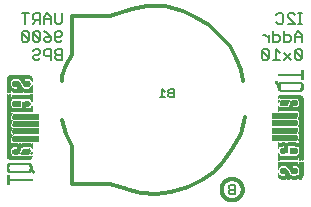
<source format=gbr>
G04 EAGLE Gerber RS-274X export*
G75*
%MOMM*%
%FSLAX34Y34*%
%LPD*%
%INSilkscreen Bottom*%
%IPPOS*%
%AMOC8*
5,1,8,0,0,1.08239X$1,22.5*%
G01*
%ADD10C,0.127000*%
%ADD11C,0.304800*%
%ADD12C,0.203200*%
%ADD13R,0.022863X0.462278*%
%ADD14R,0.022863X0.462281*%
%ADD15R,0.022863X0.436881*%
%ADD16R,0.023113X0.462278*%
%ADD17R,0.023113X0.462281*%
%ADD18R,0.023113X0.436881*%
%ADD19R,0.023116X0.462278*%
%ADD20R,0.023116X0.462281*%
%ADD21R,0.023116X0.436881*%
%ADD22R,0.023113X0.022863*%
%ADD23R,0.023116X0.091441*%
%ADD24R,0.023113X0.139700*%
%ADD25R,0.023116X0.185419*%
%ADD26R,0.023113X0.254000*%
%ADD27R,0.023113X0.299719*%
%ADD28R,0.023116X0.345438*%
%ADD29R,0.023113X0.391159*%
%ADD30R,0.023116X0.393700*%
%ADD31R,0.022863X0.325119*%
%ADD32R,0.022863X0.599438*%
%ADD33R,0.022863X0.622300*%
%ADD34R,0.022863X0.530859*%
%ADD35R,0.022863X0.439422*%
%ADD36R,0.022863X0.231138*%
%ADD37R,0.022863X0.071119*%
%ADD38R,0.022863X0.533400*%
%ADD39R,0.022863X0.208281*%
%ADD40R,0.023113X0.345441*%
%ADD41R,0.023113X0.576578*%
%ADD42R,0.023113X0.599438*%
%ADD43R,0.023113X0.508000*%
%ADD44R,0.023113X0.416563*%
%ADD45R,0.023113X0.208278*%
%ADD46R,0.023113X0.553722*%
%ADD47R,0.023113X0.208281*%
%ADD48R,0.023116X0.345441*%
%ADD49R,0.023116X0.530859*%
%ADD50R,0.023116X0.370841*%
%ADD51R,0.023116X0.162559*%
%ADD52R,0.023116X0.576581*%
%ADD53R,0.023116X0.208281*%
%ADD54R,0.023113X0.322578*%
%ADD55R,0.023113X0.485137*%
%ADD56R,0.023113X0.416559*%
%ADD57R,0.023113X0.347981*%
%ADD58R,0.023113X0.116838*%
%ADD59R,0.023113X0.647700*%
%ADD60R,0.023116X0.322581*%
%ADD61R,0.023116X0.485137*%
%ADD62R,0.023116X0.093978*%
%ADD63R,0.023116X0.231141*%
%ADD64R,0.023116X0.693419*%
%ADD65R,0.023113X0.322581*%
%ADD66R,0.023113X0.439419*%
%ADD67R,0.023113X0.370841*%
%ADD68R,0.023113X0.299722*%
%ADD69R,0.023113X0.045719*%
%ADD70R,0.023113X0.739138*%
%ADD71R,0.023113X0.414019*%
%ADD72R,0.023113X0.347978*%
%ADD73R,0.023113X0.762000*%
%ADD74R,0.023116X0.414019*%
%ADD75R,0.023116X0.182881*%
%ADD76R,0.023116X0.347978*%
%ADD77R,0.023116X0.276863*%
%ADD78R,0.023116X0.116841*%
%ADD79R,0.023116X0.276859*%
%ADD80R,0.023116X0.784863*%
%ADD81R,0.023113X0.325119*%
%ADD82R,0.023113X0.276863*%
%ADD83R,0.023113X0.276859*%
%ADD84R,0.023116X0.325119*%
%ADD85R,0.023116X0.391159*%
%ADD86R,0.023116X0.302259*%
%ADD87R,0.023116X0.254000*%
%ADD88R,0.023113X0.302259*%
%ADD89R,0.023113X0.393700*%
%ADD90R,0.023113X0.231141*%
%ADD91R,0.022863X0.302259*%
%ADD92R,0.022863X0.439419*%
%ADD93R,0.022863X0.368300*%
%ADD94R,0.022863X0.391159*%
%ADD95R,0.022863X0.416559*%
%ADD96R,0.022863X0.276863*%
%ADD97R,0.022863X0.205741*%
%ADD98R,0.023113X0.368300*%
%ADD99R,0.023113X0.205741*%
%ADD100R,0.023116X0.368300*%
%ADD101R,0.023116X0.205741*%
%ADD102R,0.023113X0.182881*%
%ADD103R,0.022863X0.276859*%
%ADD104R,0.022863X0.182881*%
%ADD105R,0.023113X0.924559*%
%ADD106R,0.023116X0.924559*%
%ADD107R,0.023113X0.901700*%
%ADD108R,0.023116X0.901700*%
%ADD109R,0.023113X0.878841*%
%ADD110R,0.023116X0.855981*%
%ADD111R,0.023113X0.833119*%
%ADD112R,0.022863X0.787400*%
%ADD113R,0.022863X0.414019*%
%ADD114R,0.022863X0.924559*%
%ADD115R,0.023113X0.739141*%
%ADD116R,0.023116X0.716281*%
%ADD117R,0.023116X0.299722*%
%ADD118R,0.023113X0.670559*%
%ADD119R,0.023116X0.647700*%
%ADD120R,0.023116X0.508000*%
%ADD121R,0.023116X0.299719*%
%ADD122R,0.023113X0.601981*%
%ADD123R,0.023113X0.530859*%
%ADD124R,0.023113X0.231138*%
%ADD125R,0.023113X0.556259*%
%ADD126R,0.023113X0.185419*%
%ADD127R,0.023116X0.533400*%
%ADD128R,0.023116X0.599438*%
%ADD129R,0.023116X0.416563*%
%ADD130R,0.023116X0.116838*%
%ADD131R,0.023113X0.485141*%
%ADD132R,0.023113X0.645159*%
%ADD133R,0.023113X0.716278*%
%ADD134R,0.022863X0.393700*%
%ADD135R,0.022863X0.762000*%
%ADD136R,0.022863X0.624841*%
%ADD137R,0.023113X0.784859*%
%ADD138R,0.023113X0.693422*%
%ADD139R,0.023116X0.830578*%
%ADD140R,0.023116X0.739141*%
%ADD141R,0.023113X0.876300*%
%ADD142R,0.023113X0.807722*%
%ADD143R,0.023116X0.899159*%
%ADD144R,0.023116X0.878841*%
%ADD145R,0.023113X0.922019*%
%ADD146R,0.023113X0.947419*%
%ADD147R,0.023116X0.970278*%
%ADD148R,0.023113X0.970278*%
%ADD149R,0.023116X0.439419*%
%ADD150R,0.022863X0.299722*%
%ADD151R,0.023116X0.416559*%
%ADD152R,0.023116X0.347981*%
%ADD153R,0.023113X0.137159*%
%ADD154R,0.023113X0.093978*%
%ADD155R,0.023113X0.091441*%
%ADD156R,0.023113X0.093981*%
%ADD157R,0.023113X0.114300*%
%ADD158R,0.023116X0.045719*%
%ADD159R,0.023116X0.045722*%
%ADD160R,0.023113X0.071119*%
%ADD161R,0.023113X0.116841*%
%ADD162R,0.023116X0.139700*%
%ADD163R,0.022863X0.322581*%
%ADD164R,0.022863X0.345441*%
%ADD165R,0.022863X0.162559*%
%ADD166R,0.022863X0.576581*%
%ADD167R,0.023113X0.668019*%
%ADD168R,0.023113X0.533400*%
%ADD169R,0.023116X1.455419*%
%ADD170R,0.023116X5.519419*%
%ADD171R,0.023113X1.455419*%
%ADD172R,0.023113X5.519419*%
%ADD173R,0.023116X5.494019*%
%ADD174R,0.023113X1.430019*%
%ADD175R,0.023113X5.494019*%
%ADD176R,0.023116X1.430019*%
%ADD177R,0.023116X5.471159*%
%ADD178R,0.023116X0.762000*%
%ADD179R,0.023113X1.407159*%
%ADD180R,0.023113X5.471159*%
%ADD181R,0.022863X1.384300*%
%ADD182R,0.022863X5.448300*%
%ADD183R,0.022863X0.716278*%
%ADD184R,0.022863X0.878841*%
%ADD185R,0.023113X1.361438*%
%ADD186R,0.023113X5.425438*%
%ADD187R,0.023116X1.338578*%
%ADD188R,0.023116X5.402578*%
%ADD189R,0.023116X0.624841*%
%ADD190R,0.023113X1.292859*%
%ADD191R,0.023113X5.356859*%
%ADD192R,0.023116X1.224278*%
%ADD193R,0.023116X5.288278*%
%ADD194C,0.152400*%


D10*
X250825Y191135D02*
X247859Y191135D01*
X249342Y191135D02*
X249342Y200033D01*
X250825Y200033D02*
X247859Y200033D01*
X244588Y191135D02*
X238657Y191135D01*
X244588Y191135D02*
X238657Y197067D01*
X238657Y198550D01*
X240139Y200033D01*
X243105Y200033D01*
X244588Y198550D01*
X230784Y200033D02*
X229301Y198550D01*
X230784Y200033D02*
X233750Y200033D01*
X235233Y198550D01*
X235233Y192618D01*
X233750Y191135D01*
X230784Y191135D01*
X229301Y192618D01*
X250825Y181827D02*
X250825Y175895D01*
X250825Y181827D02*
X247859Y184793D01*
X244893Y181827D01*
X244893Y175895D01*
X244893Y180344D02*
X250825Y180344D01*
X235538Y184793D02*
X235538Y175895D01*
X239987Y175895D01*
X241470Y177378D01*
X241470Y180344D01*
X239987Y181827D01*
X235538Y181827D01*
X226183Y184793D02*
X226183Y175895D01*
X230632Y175895D01*
X232115Y177378D01*
X232115Y180344D01*
X230632Y181827D01*
X226183Y181827D01*
X222759Y181827D02*
X222759Y175895D01*
X222759Y178861D02*
X219794Y181827D01*
X218311Y181827D01*
X250825Y168070D02*
X250825Y162138D01*
X250825Y168070D02*
X249342Y169553D01*
X246376Y169553D01*
X244893Y168070D01*
X244893Y162138D01*
X246376Y160655D01*
X249342Y160655D01*
X250825Y162138D01*
X244893Y168070D01*
X241470Y166587D02*
X235538Y160655D01*
X241470Y160655D02*
X235538Y166587D01*
X232115Y166587D02*
X229149Y169553D01*
X229149Y160655D01*
X232115Y160655D02*
X226183Y160655D01*
X222759Y162138D02*
X222759Y168070D01*
X221277Y169553D01*
X218311Y169553D01*
X216828Y168070D01*
X216828Y162138D01*
X218311Y160655D01*
X221277Y160655D01*
X222759Y162138D01*
X216828Y168070D01*
X47625Y192618D02*
X47625Y200033D01*
X47625Y192618D02*
X46142Y191135D01*
X43176Y191135D01*
X41693Y192618D01*
X41693Y200033D01*
X38270Y197067D02*
X38270Y191135D01*
X38270Y197067D02*
X35304Y200033D01*
X32338Y197067D01*
X32338Y191135D01*
X32338Y195584D02*
X38270Y195584D01*
X28915Y191135D02*
X28915Y200033D01*
X24466Y200033D01*
X22983Y198550D01*
X22983Y195584D01*
X24466Y194101D01*
X28915Y194101D01*
X25949Y194101D02*
X22983Y191135D01*
X16594Y191135D02*
X16594Y200033D01*
X19559Y200033D02*
X13628Y200033D01*
X46142Y175895D02*
X47625Y177378D01*
X46142Y175895D02*
X43176Y175895D01*
X41693Y177378D01*
X41693Y183310D01*
X43176Y184793D01*
X46142Y184793D01*
X47625Y183310D01*
X47625Y181827D01*
X46142Y180344D01*
X41693Y180344D01*
X35304Y183310D02*
X32338Y184793D01*
X35304Y183310D02*
X38270Y180344D01*
X38270Y177378D01*
X36787Y175895D01*
X33821Y175895D01*
X32338Y177378D01*
X32338Y178861D01*
X33821Y180344D01*
X38270Y180344D01*
X28915Y177378D02*
X28915Y183310D01*
X27432Y184793D01*
X24466Y184793D01*
X22983Y183310D01*
X22983Y177378D01*
X24466Y175895D01*
X27432Y175895D01*
X28915Y177378D01*
X22983Y183310D01*
X19559Y183310D02*
X19559Y177378D01*
X19559Y183310D02*
X18077Y184793D01*
X15111Y184793D01*
X13628Y183310D01*
X13628Y177378D01*
X15111Y175895D01*
X18077Y175895D01*
X19559Y177378D01*
X13628Y183310D01*
X47625Y169553D02*
X47625Y160655D01*
X47625Y169553D02*
X43176Y169553D01*
X41693Y168070D01*
X41693Y166587D01*
X43176Y165104D01*
X41693Y163621D01*
X41693Y162138D01*
X43176Y160655D01*
X47625Y160655D01*
X47625Y165104D02*
X43176Y165104D01*
X38270Y160655D02*
X38270Y169553D01*
X33821Y169553D01*
X32338Y168070D01*
X32338Y165104D01*
X33821Y163621D01*
X38270Y163621D01*
X24466Y169553D02*
X22983Y168070D01*
X24466Y169553D02*
X27432Y169553D01*
X28915Y168070D01*
X28915Y166587D01*
X27432Y165104D01*
X24466Y165104D01*
X22983Y163621D01*
X22983Y162138D01*
X24466Y160655D01*
X27432Y160655D01*
X28915Y162138D01*
D11*
X182790Y50800D02*
X182793Y51020D01*
X182801Y51241D01*
X182814Y51461D01*
X182833Y51680D01*
X182858Y51899D01*
X182887Y52118D01*
X182922Y52335D01*
X182963Y52552D01*
X183008Y52768D01*
X183059Y52982D01*
X183115Y53195D01*
X183177Y53407D01*
X183243Y53617D01*
X183315Y53825D01*
X183392Y54032D01*
X183474Y54236D01*
X183560Y54439D01*
X183652Y54639D01*
X183749Y54838D01*
X183850Y55033D01*
X183957Y55226D01*
X184068Y55417D01*
X184183Y55604D01*
X184303Y55789D01*
X184428Y55971D01*
X184557Y56149D01*
X184691Y56325D01*
X184828Y56497D01*
X184970Y56665D01*
X185116Y56831D01*
X185266Y56992D01*
X185420Y57150D01*
X185578Y57304D01*
X185739Y57454D01*
X185905Y57600D01*
X186073Y57742D01*
X186245Y57879D01*
X186421Y58013D01*
X186599Y58142D01*
X186781Y58267D01*
X186966Y58387D01*
X187153Y58502D01*
X187344Y58613D01*
X187537Y58720D01*
X187732Y58821D01*
X187931Y58918D01*
X188131Y59010D01*
X188334Y59096D01*
X188538Y59178D01*
X188745Y59255D01*
X188953Y59327D01*
X189163Y59393D01*
X189375Y59455D01*
X189588Y59511D01*
X189802Y59562D01*
X190018Y59607D01*
X190235Y59648D01*
X190452Y59683D01*
X190671Y59712D01*
X190890Y59737D01*
X191109Y59756D01*
X191329Y59769D01*
X191550Y59777D01*
X191770Y59780D01*
X191990Y59777D01*
X192211Y59769D01*
X192431Y59756D01*
X192650Y59737D01*
X192869Y59712D01*
X193088Y59683D01*
X193305Y59648D01*
X193522Y59607D01*
X193738Y59562D01*
X193952Y59511D01*
X194165Y59455D01*
X194377Y59393D01*
X194587Y59327D01*
X194795Y59255D01*
X195002Y59178D01*
X195206Y59096D01*
X195409Y59010D01*
X195609Y58918D01*
X195808Y58821D01*
X196003Y58720D01*
X196196Y58613D01*
X196387Y58502D01*
X196574Y58387D01*
X196759Y58267D01*
X196941Y58142D01*
X197119Y58013D01*
X197295Y57879D01*
X197467Y57742D01*
X197635Y57600D01*
X197801Y57454D01*
X197962Y57304D01*
X198120Y57150D01*
X198274Y56992D01*
X198424Y56831D01*
X198570Y56665D01*
X198712Y56497D01*
X198849Y56325D01*
X198983Y56149D01*
X199112Y55971D01*
X199237Y55789D01*
X199357Y55604D01*
X199472Y55417D01*
X199583Y55226D01*
X199690Y55033D01*
X199791Y54838D01*
X199888Y54639D01*
X199980Y54439D01*
X200066Y54236D01*
X200148Y54032D01*
X200225Y53825D01*
X200297Y53617D01*
X200363Y53407D01*
X200425Y53195D01*
X200481Y52982D01*
X200532Y52768D01*
X200577Y52552D01*
X200618Y52335D01*
X200653Y52118D01*
X200682Y51899D01*
X200707Y51680D01*
X200726Y51461D01*
X200739Y51241D01*
X200747Y51020D01*
X200750Y50800D01*
X200747Y50580D01*
X200739Y50359D01*
X200726Y50139D01*
X200707Y49920D01*
X200682Y49701D01*
X200653Y49482D01*
X200618Y49265D01*
X200577Y49048D01*
X200532Y48832D01*
X200481Y48618D01*
X200425Y48405D01*
X200363Y48193D01*
X200297Y47983D01*
X200225Y47775D01*
X200148Y47568D01*
X200066Y47364D01*
X199980Y47161D01*
X199888Y46961D01*
X199791Y46762D01*
X199690Y46567D01*
X199583Y46374D01*
X199472Y46183D01*
X199357Y45996D01*
X199237Y45811D01*
X199112Y45629D01*
X198983Y45451D01*
X198849Y45275D01*
X198712Y45103D01*
X198570Y44935D01*
X198424Y44769D01*
X198274Y44608D01*
X198120Y44450D01*
X197962Y44296D01*
X197801Y44146D01*
X197635Y44000D01*
X197467Y43858D01*
X197295Y43721D01*
X197119Y43587D01*
X196941Y43458D01*
X196759Y43333D01*
X196574Y43213D01*
X196387Y43098D01*
X196196Y42987D01*
X196003Y42880D01*
X195808Y42779D01*
X195609Y42682D01*
X195409Y42590D01*
X195206Y42504D01*
X195002Y42422D01*
X194795Y42345D01*
X194587Y42273D01*
X194377Y42207D01*
X194165Y42145D01*
X193952Y42089D01*
X193738Y42038D01*
X193522Y41993D01*
X193305Y41952D01*
X193088Y41917D01*
X192869Y41888D01*
X192650Y41863D01*
X192431Y41844D01*
X192211Y41831D01*
X191990Y41823D01*
X191770Y41820D01*
X191550Y41823D01*
X191329Y41831D01*
X191109Y41844D01*
X190890Y41863D01*
X190671Y41888D01*
X190452Y41917D01*
X190235Y41952D01*
X190018Y41993D01*
X189802Y42038D01*
X189588Y42089D01*
X189375Y42145D01*
X189163Y42207D01*
X188953Y42273D01*
X188745Y42345D01*
X188538Y42422D01*
X188334Y42504D01*
X188131Y42590D01*
X187931Y42682D01*
X187732Y42779D01*
X187537Y42880D01*
X187344Y42987D01*
X187153Y43098D01*
X186966Y43213D01*
X186781Y43333D01*
X186599Y43458D01*
X186421Y43587D01*
X186245Y43721D01*
X186073Y43858D01*
X185905Y44000D01*
X185739Y44146D01*
X185578Y44296D01*
X185420Y44450D01*
X185266Y44608D01*
X185116Y44769D01*
X184970Y44935D01*
X184828Y45103D01*
X184691Y45275D01*
X184557Y45451D01*
X184428Y45629D01*
X184303Y45811D01*
X184183Y45996D01*
X184068Y46183D01*
X183957Y46374D01*
X183850Y46567D01*
X183749Y46762D01*
X183652Y46961D01*
X183560Y47161D01*
X183474Y47364D01*
X183392Y47568D01*
X183315Y47775D01*
X183243Y47983D01*
X183177Y48193D01*
X183115Y48405D01*
X183059Y48618D01*
X183008Y48832D01*
X182963Y49048D01*
X182922Y49265D01*
X182887Y49482D01*
X182858Y49701D01*
X182833Y49920D01*
X182814Y50139D01*
X182801Y50359D01*
X182793Y50580D01*
X182790Y50800D01*
D12*
X194310Y46736D02*
X194310Y54871D01*
X190243Y54871D01*
X188887Y53515D01*
X188887Y52159D01*
X190243Y50803D01*
X188887Y49448D01*
X188887Y48092D01*
X190243Y46736D01*
X194310Y46736D01*
X194310Y50803D02*
X190243Y50803D01*
D13*
X226060Y94437D03*
D14*
X226060Y100686D03*
X226060Y106909D03*
D15*
X226060Y113259D03*
D16*
X226290Y94437D03*
D17*
X226290Y100686D03*
X226290Y106909D03*
D18*
X226290Y113259D03*
D19*
X226521Y94437D03*
D20*
X226521Y100686D03*
X226521Y106909D03*
D21*
X226521Y113259D03*
D16*
X226752Y94437D03*
D17*
X226752Y100686D03*
X226752Y106909D03*
D18*
X226752Y113259D03*
D19*
X226983Y94437D03*
D20*
X226983Y100686D03*
X226983Y106909D03*
D21*
X226983Y113259D03*
D16*
X227214Y94437D03*
D17*
X227214Y100686D03*
X227214Y106909D03*
D18*
X227214Y113259D03*
D16*
X227446Y94437D03*
D17*
X227446Y100686D03*
X227446Y106909D03*
D18*
X227446Y113259D03*
D19*
X227677Y94437D03*
D20*
X227677Y100686D03*
X227677Y106909D03*
D21*
X227677Y113259D03*
D16*
X227908Y94437D03*
D17*
X227908Y100686D03*
X227908Y106909D03*
D18*
X227908Y113259D03*
D19*
X228139Y94437D03*
D20*
X228139Y100686D03*
X228139Y106909D03*
D21*
X228139Y113259D03*
D16*
X228370Y94437D03*
D17*
X228370Y100686D03*
X228370Y106909D03*
D18*
X228370Y113259D03*
D13*
X228600Y94437D03*
D14*
X228600Y100686D03*
X228600Y106909D03*
D15*
X228600Y113259D03*
D16*
X228830Y94437D03*
D17*
X228830Y100686D03*
X228830Y106909D03*
D18*
X228830Y113259D03*
D22*
X228830Y141669D03*
D19*
X229061Y94437D03*
D20*
X229061Y100686D03*
X229061Y106909D03*
D21*
X229061Y113259D03*
D23*
X229061Y141554D03*
D16*
X229292Y94437D03*
D17*
X229292Y100686D03*
X229292Y106909D03*
D18*
X229292Y113259D03*
D24*
X229292Y141313D03*
D19*
X229523Y94437D03*
D20*
X229523Y100686D03*
X229523Y106909D03*
D21*
X229523Y113259D03*
D25*
X229523Y141313D03*
D16*
X229754Y94437D03*
D17*
X229754Y100686D03*
X229754Y106909D03*
D18*
X229754Y113259D03*
D26*
X229754Y141199D03*
D16*
X229986Y94437D03*
D17*
X229986Y100686D03*
X229986Y106909D03*
D18*
X229986Y113259D03*
D27*
X229986Y140970D03*
D19*
X230217Y94437D03*
D20*
X230217Y100686D03*
X230217Y106909D03*
D21*
X230217Y113259D03*
D28*
X230217Y140970D03*
D29*
X230448Y140741D03*
D30*
X230679Y140272D03*
D16*
X230910Y139243D03*
D31*
X231140Y63271D03*
D32*
X231140Y71120D03*
D33*
X231140Y78854D03*
D34*
X231140Y87871D03*
D13*
X231140Y94437D03*
D14*
X231140Y100686D03*
X231140Y106909D03*
D15*
X231140Y113259D03*
D35*
X231140Y119494D03*
D36*
X231140Y125159D03*
D37*
X231140Y128270D03*
D38*
X231140Y138430D03*
D39*
X231140Y147676D03*
D40*
X231370Y62916D03*
D41*
X231370Y71234D03*
D42*
X231370Y78740D03*
D43*
X231370Y87986D03*
D16*
X231370Y94437D03*
D17*
X231370Y100686D03*
X231370Y106909D03*
D18*
X231370Y113259D03*
D44*
X231370Y119380D03*
D45*
X231370Y125273D03*
D24*
X231370Y128613D03*
D46*
X231370Y137846D03*
D47*
X231370Y147676D03*
D48*
X231601Y62459D03*
D49*
X231601Y71463D03*
X231601Y78397D03*
D19*
X231601Y88214D03*
X231601Y94437D03*
D20*
X231601Y100686D03*
X231601Y106909D03*
D21*
X231601Y113259D03*
D50*
X231601Y119151D03*
D51*
X231601Y125501D03*
D25*
X231601Y128842D03*
D52*
X231601Y137732D03*
D53*
X231601Y147676D03*
D54*
X231832Y62116D03*
D55*
X231832Y71692D03*
D43*
X231832Y78283D03*
D56*
X231832Y88443D03*
D16*
X231832Y94437D03*
D17*
X231832Y100686D03*
X231832Y106909D03*
D18*
X231832Y113259D03*
D57*
X231832Y119037D03*
D58*
X231832Y125730D03*
D45*
X231832Y128956D03*
D59*
X231832Y137859D03*
D47*
X231832Y147676D03*
D60*
X232063Y61887D03*
D19*
X232063Y71806D03*
D61*
X232063Y78169D03*
D30*
X232063Y88557D03*
D19*
X232063Y94437D03*
D20*
X232063Y100686D03*
X232063Y106909D03*
D21*
X232063Y113259D03*
D60*
X232063Y118910D03*
D62*
X232063Y125844D03*
D63*
X232063Y129070D03*
D64*
X232063Y137859D03*
D53*
X232063Y147676D03*
D65*
X232294Y61659D03*
D66*
X232294Y71920D03*
D16*
X232294Y78054D03*
D67*
X232294Y88671D03*
D16*
X232294Y94437D03*
D17*
X232294Y100686D03*
X232294Y106909D03*
D18*
X232294Y113259D03*
D68*
X232294Y118796D03*
D69*
X232294Y126086D03*
D26*
X232294Y129184D03*
D70*
X232294Y137859D03*
D47*
X232294Y147676D03*
D65*
X232526Y61430D03*
D71*
X232526Y72047D03*
D66*
X232526Y77940D03*
D72*
X232526Y88786D03*
D16*
X232526Y94437D03*
D17*
X232526Y100686D03*
X232526Y106909D03*
D18*
X232526Y113259D03*
D68*
X232526Y118796D03*
D26*
X232526Y129184D03*
D73*
X232526Y137744D03*
D47*
X232526Y147676D03*
D60*
X232757Y61430D03*
D63*
X232757Y66510D03*
D74*
X232757Y72047D03*
X232757Y77813D03*
D75*
X232757Y83591D03*
D76*
X232757Y88786D03*
D19*
X232757Y94437D03*
D20*
X232757Y100686D03*
X232757Y106909D03*
D21*
X232757Y113259D03*
D77*
X232757Y118682D03*
D78*
X232757Y123419D03*
D79*
X232757Y129299D03*
D80*
X232757Y137859D03*
D53*
X232757Y147676D03*
D81*
X232988Y61189D03*
D65*
X232988Y66510D03*
D29*
X232988Y72161D03*
D71*
X232988Y77813D03*
D81*
X232988Y83591D03*
X232988Y88900D03*
D16*
X232988Y94437D03*
D17*
X232988Y100686D03*
X232988Y106909D03*
D18*
X232988Y113259D03*
D82*
X232988Y118682D03*
D83*
X232988Y123533D03*
X232988Y129299D03*
D82*
X232988Y135319D03*
D83*
X232988Y140627D03*
D47*
X232988Y147676D03*
D84*
X233219Y61189D03*
D50*
X233219Y66497D03*
D85*
X233219Y72161D03*
D74*
X233219Y77813D03*
D50*
X233219Y83591D03*
D84*
X233219Y88900D03*
D19*
X233219Y94437D03*
D20*
X233219Y100686D03*
X233219Y106909D03*
D21*
X233219Y113259D03*
D77*
X233219Y118682D03*
D48*
X233219Y123647D03*
D86*
X233219Y129426D03*
D87*
X233219Y134976D03*
D63*
X233219Y140856D03*
D53*
X233219Y147676D03*
D81*
X233450Y61189D03*
D56*
X233450Y66497D03*
D29*
X233450Y72161D03*
X233450Y77699D03*
D56*
X233450Y83591D03*
D88*
X233450Y89014D03*
D16*
X233450Y94437D03*
D17*
X233450Y100686D03*
X233450Y106909D03*
D18*
X233450Y113259D03*
D82*
X233450Y118682D03*
D89*
X233450Y123889D03*
D88*
X233450Y129426D03*
D90*
X233450Y134861D03*
D47*
X233450Y140970D03*
X233450Y147676D03*
D91*
X233680Y61074D03*
D92*
X233680Y66383D03*
D93*
X233680Y72276D03*
D94*
X233680Y77699D03*
D95*
X233680Y83591D03*
D91*
X233680Y89014D03*
D13*
X233680Y94437D03*
D14*
X233680Y100686D03*
X233680Y106909D03*
D15*
X233680Y113259D03*
D96*
X233680Y118682D03*
D92*
X233680Y123889D03*
D91*
X233680Y129426D03*
D97*
X233680Y134734D03*
D39*
X233680Y140970D03*
X233680Y147676D03*
D88*
X233910Y61074D03*
D16*
X233910Y66497D03*
D98*
X233910Y72276D03*
D29*
X233910Y77699D03*
D17*
X233910Y83591D03*
D88*
X233910Y89014D03*
D16*
X233910Y94437D03*
D17*
X233910Y100686D03*
X233910Y106909D03*
D18*
X233910Y113259D03*
D82*
X233910Y118682D03*
D16*
X233910Y124003D03*
D88*
X233910Y129426D03*
D99*
X233910Y134734D03*
D47*
X233910Y141199D03*
X233910Y147676D03*
D86*
X234141Y61074D03*
D19*
X234141Y66497D03*
D100*
X234141Y72276D03*
D85*
X234141Y77699D03*
D20*
X234141Y83591D03*
D86*
X234141Y89014D03*
D19*
X234141Y94437D03*
D20*
X234141Y100686D03*
X234141Y106909D03*
D21*
X234141Y113259D03*
D77*
X234141Y118682D03*
D19*
X234141Y124003D03*
D86*
X234141Y129426D03*
D101*
X234141Y134734D03*
D53*
X234141Y141199D03*
X234141Y147676D03*
D88*
X234372Y61074D03*
D16*
X234372Y66497D03*
D98*
X234372Y72276D03*
X234372Y77584D03*
D17*
X234372Y83591D03*
D88*
X234372Y89014D03*
D16*
X234372Y94437D03*
D17*
X234372Y100686D03*
X234372Y106909D03*
D18*
X234372Y113259D03*
D82*
X234372Y118682D03*
D16*
X234372Y124003D03*
D88*
X234372Y129426D03*
D99*
X234372Y134734D03*
D47*
X234372Y141199D03*
X234372Y147676D03*
D86*
X234603Y61074D03*
D19*
X234603Y66497D03*
D100*
X234603Y72276D03*
X234603Y77584D03*
D20*
X234603Y83591D03*
D86*
X234603Y89014D03*
D19*
X234603Y94437D03*
D20*
X234603Y100686D03*
X234603Y106909D03*
D21*
X234603Y113259D03*
D77*
X234603Y118682D03*
D19*
X234603Y124003D03*
D86*
X234603Y129426D03*
D75*
X234603Y134620D03*
D53*
X234603Y141199D03*
X234603Y147676D03*
D88*
X234834Y61074D03*
D16*
X234834Y66497D03*
D98*
X234834Y72276D03*
X234834Y77584D03*
D17*
X234834Y83591D03*
D88*
X234834Y89014D03*
D16*
X234834Y94437D03*
D17*
X234834Y100686D03*
X234834Y106909D03*
D18*
X234834Y113259D03*
D82*
X234834Y118682D03*
D16*
X234834Y124003D03*
D88*
X234834Y129426D03*
D102*
X234834Y134620D03*
D47*
X234834Y141199D03*
X234834Y147676D03*
D88*
X235066Y61074D03*
D16*
X235066Y66497D03*
D98*
X235066Y72276D03*
X235066Y77584D03*
D17*
X235066Y83591D03*
D83*
X235066Y89141D03*
D16*
X235066Y94437D03*
D17*
X235066Y100686D03*
X235066Y106909D03*
D18*
X235066Y113259D03*
D82*
X235066Y118682D03*
D16*
X235066Y124003D03*
D88*
X235066Y129426D03*
D102*
X235066Y134620D03*
D47*
X235066Y141199D03*
X235066Y147676D03*
D86*
X235297Y61074D03*
D19*
X235297Y66497D03*
D100*
X235297Y72276D03*
X235297Y77584D03*
D20*
X235297Y83591D03*
D79*
X235297Y89141D03*
D19*
X235297Y94437D03*
D20*
X235297Y100686D03*
X235297Y106909D03*
D21*
X235297Y113259D03*
D77*
X235297Y118682D03*
D19*
X235297Y124003D03*
D86*
X235297Y129426D03*
D75*
X235297Y134620D03*
D53*
X235297Y141199D03*
X235297Y147676D03*
D88*
X235528Y61074D03*
D16*
X235528Y66497D03*
D98*
X235528Y72276D03*
X235528Y77584D03*
D17*
X235528Y83591D03*
D83*
X235528Y89141D03*
D16*
X235528Y94437D03*
D17*
X235528Y100686D03*
X235528Y106909D03*
D18*
X235528Y113259D03*
D82*
X235528Y118682D03*
D16*
X235528Y124003D03*
D88*
X235528Y129426D03*
D102*
X235528Y134620D03*
D47*
X235528Y141199D03*
X235528Y147676D03*
D86*
X235759Y61074D03*
D19*
X235759Y66497D03*
D100*
X235759Y72276D03*
X235759Y77584D03*
D20*
X235759Y83591D03*
D79*
X235759Y89141D03*
D19*
X235759Y94437D03*
D20*
X235759Y100686D03*
X235759Y106909D03*
D21*
X235759Y113259D03*
D77*
X235759Y118682D03*
D19*
X235759Y124003D03*
D86*
X235759Y129426D03*
D75*
X235759Y134620D03*
D53*
X235759Y141199D03*
X235759Y147676D03*
D88*
X235990Y61074D03*
D16*
X235990Y66497D03*
D98*
X235990Y72276D03*
X235990Y77584D03*
D17*
X235990Y83591D03*
D83*
X235990Y89141D03*
D16*
X235990Y94437D03*
D17*
X235990Y100686D03*
X235990Y106909D03*
D18*
X235990Y113259D03*
D82*
X235990Y118682D03*
D16*
X235990Y124003D03*
D88*
X235990Y129426D03*
D102*
X235990Y134620D03*
D47*
X235990Y141199D03*
X235990Y147676D03*
D91*
X236220Y61074D03*
D13*
X236220Y66497D03*
D93*
X236220Y72276D03*
X236220Y77584D03*
D14*
X236220Y83591D03*
D103*
X236220Y89141D03*
D13*
X236220Y94437D03*
D14*
X236220Y100686D03*
X236220Y106909D03*
D15*
X236220Y113259D03*
D96*
X236220Y118682D03*
D13*
X236220Y124003D03*
D91*
X236220Y129426D03*
D104*
X236220Y134620D03*
D39*
X236220Y141199D03*
X236220Y147676D03*
D88*
X236450Y61074D03*
D16*
X236450Y66497D03*
D98*
X236450Y72276D03*
X236450Y77584D03*
D17*
X236450Y83591D03*
D83*
X236450Y89141D03*
D16*
X236450Y94437D03*
D17*
X236450Y100686D03*
X236450Y106909D03*
D18*
X236450Y113259D03*
D82*
X236450Y118682D03*
D16*
X236450Y124003D03*
D88*
X236450Y129426D03*
D102*
X236450Y134620D03*
D47*
X236450Y141199D03*
X236450Y147676D03*
D86*
X236681Y61074D03*
D19*
X236681Y66497D03*
D100*
X236681Y72276D03*
X236681Y77584D03*
D20*
X236681Y83591D03*
D79*
X236681Y89141D03*
D19*
X236681Y94437D03*
D20*
X236681Y100686D03*
X236681Y106909D03*
D21*
X236681Y113259D03*
D77*
X236681Y118682D03*
D19*
X236681Y124003D03*
D86*
X236681Y129426D03*
D75*
X236681Y134620D03*
D53*
X236681Y141199D03*
X236681Y147676D03*
D88*
X236912Y61074D03*
D16*
X236912Y66497D03*
D98*
X236912Y72276D03*
X236912Y77584D03*
D105*
X236912Y85903D03*
D16*
X236912Y94437D03*
D17*
X236912Y100686D03*
X236912Y106909D03*
D18*
X236912Y113259D03*
D82*
X236912Y118682D03*
D16*
X236912Y124003D03*
D88*
X236912Y129426D03*
D102*
X236912Y134620D03*
D47*
X236912Y141199D03*
X236912Y147676D03*
D86*
X237143Y61074D03*
D19*
X237143Y66497D03*
D100*
X237143Y72276D03*
X237143Y77584D03*
D106*
X237143Y85903D03*
D19*
X237143Y94437D03*
D20*
X237143Y100686D03*
X237143Y106909D03*
D21*
X237143Y113259D03*
D77*
X237143Y118682D03*
D19*
X237143Y124003D03*
D86*
X237143Y129426D03*
D75*
X237143Y134620D03*
D53*
X237143Y141199D03*
X237143Y147676D03*
D88*
X237374Y61074D03*
D66*
X237374Y66383D03*
D98*
X237374Y72276D03*
X237374Y77584D03*
D105*
X237374Y85903D03*
D16*
X237374Y94437D03*
D17*
X237374Y100686D03*
X237374Y106909D03*
D18*
X237374Y113259D03*
D82*
X237374Y118682D03*
D16*
X237374Y124003D03*
D88*
X237374Y129426D03*
D102*
X237374Y134620D03*
D47*
X237374Y141199D03*
X237374Y147676D03*
D107*
X237606Y64072D03*
D98*
X237606Y72276D03*
X237606Y77584D03*
D105*
X237606Y85903D03*
D16*
X237606Y94437D03*
D17*
X237606Y100686D03*
X237606Y106909D03*
D18*
X237606Y113259D03*
D82*
X237606Y118682D03*
D16*
X237606Y124003D03*
D88*
X237606Y129426D03*
D102*
X237606Y134620D03*
D47*
X237606Y141199D03*
X237606Y147676D03*
D108*
X237837Y64072D03*
D100*
X237837Y72276D03*
X237837Y77584D03*
D106*
X237837Y85903D03*
D19*
X237837Y94437D03*
D20*
X237837Y100686D03*
X237837Y106909D03*
D21*
X237837Y113259D03*
D77*
X237837Y118682D03*
D19*
X237837Y124003D03*
D86*
X237837Y129426D03*
D75*
X237837Y134620D03*
D53*
X237837Y141199D03*
X237837Y147676D03*
D109*
X238068Y63957D03*
D29*
X238068Y72161D03*
D98*
X238068Y77584D03*
D105*
X238068Y85903D03*
D16*
X238068Y94437D03*
D17*
X238068Y100686D03*
X238068Y106909D03*
D18*
X238068Y113259D03*
D82*
X238068Y118682D03*
D16*
X238068Y124003D03*
D88*
X238068Y129426D03*
D102*
X238068Y134620D03*
D47*
X238068Y141199D03*
X238068Y147676D03*
D110*
X238299Y63843D03*
D85*
X238299Y72161D03*
D100*
X238299Y77584D03*
D106*
X238299Y85903D03*
D19*
X238299Y94437D03*
D20*
X238299Y100686D03*
X238299Y106909D03*
D21*
X238299Y113259D03*
D77*
X238299Y118682D03*
D19*
X238299Y124003D03*
D86*
X238299Y129426D03*
D75*
X238299Y134620D03*
D53*
X238299Y141199D03*
X238299Y147676D03*
D111*
X238530Y63729D03*
D71*
X238530Y72047D03*
D98*
X238530Y77584D03*
D105*
X238530Y85903D03*
D16*
X238530Y94437D03*
D17*
X238530Y100686D03*
X238530Y106909D03*
D18*
X238530Y113259D03*
D82*
X238530Y118682D03*
D66*
X238530Y124117D03*
D88*
X238530Y129426D03*
D102*
X238530Y134620D03*
D47*
X238530Y141199D03*
X238530Y147676D03*
D112*
X238760Y63500D03*
D113*
X238760Y72047D03*
D93*
X238760Y77584D03*
D114*
X238760Y85903D03*
D13*
X238760Y94437D03*
D14*
X238760Y100686D03*
X238760Y106909D03*
D15*
X238760Y113259D03*
D96*
X238760Y118682D03*
D92*
X238760Y124117D03*
D91*
X238760Y129426D03*
D104*
X238760Y134620D03*
D39*
X238760Y141199D03*
X238760Y147676D03*
D115*
X238990Y63259D03*
D66*
X238990Y71920D03*
D98*
X238990Y77584D03*
D105*
X238990Y85903D03*
D16*
X238990Y94437D03*
D17*
X238990Y100686D03*
X238990Y106909D03*
D18*
X238990Y113259D03*
D68*
X238990Y118796D03*
D56*
X238990Y124231D03*
D88*
X238990Y129426D03*
D102*
X238990Y134620D03*
D47*
X238990Y141199D03*
X238990Y147676D03*
D116*
X239221Y63144D03*
D19*
X239221Y71806D03*
D100*
X239221Y77584D03*
D106*
X239221Y85903D03*
D19*
X239221Y94437D03*
D20*
X239221Y100686D03*
X239221Y106909D03*
D21*
X239221Y113259D03*
D117*
X239221Y118796D03*
D30*
X239221Y124346D03*
D86*
X239221Y129426D03*
D75*
X239221Y134620D03*
D53*
X239221Y141199D03*
X239221Y147676D03*
D118*
X239452Y62916D03*
D55*
X239452Y71692D03*
D98*
X239452Y77584D03*
D105*
X239452Y85903D03*
D16*
X239452Y94437D03*
D17*
X239452Y100686D03*
X239452Y106909D03*
D18*
X239452Y113259D03*
D65*
X239452Y118910D03*
D72*
X239452Y124574D03*
D88*
X239452Y129426D03*
D102*
X239452Y134620D03*
D47*
X239452Y141199D03*
X239452Y147676D03*
D119*
X239683Y62802D03*
D120*
X239683Y71577D03*
D100*
X239683Y77584D03*
D79*
X239683Y89141D03*
D19*
X239683Y94437D03*
D20*
X239683Y100686D03*
X239683Y106909D03*
D21*
X239683Y113259D03*
D60*
X239683Y118910D03*
D121*
X239683Y124816D03*
D86*
X239683Y129426D03*
D75*
X239683Y134620D03*
D53*
X239683Y141199D03*
X239683Y147676D03*
D122*
X239914Y62573D03*
D123*
X239914Y71463D03*
D98*
X239914Y77584D03*
D83*
X239914Y89141D03*
D16*
X239914Y94437D03*
D17*
X239914Y100686D03*
X239914Y106909D03*
D18*
X239914Y113259D03*
D57*
X239914Y119037D03*
D124*
X239914Y125159D03*
D88*
X239914Y129426D03*
D102*
X239914Y134620D03*
D47*
X239914Y141199D03*
X239914Y147676D03*
D125*
X240146Y62344D03*
D41*
X240146Y71234D03*
D98*
X240146Y77584D03*
D83*
X240146Y89141D03*
D16*
X240146Y94437D03*
D17*
X240146Y100686D03*
X240146Y106909D03*
D18*
X240146Y113259D03*
D67*
X240146Y119151D03*
D126*
X240146Y125387D03*
D88*
X240146Y129426D03*
D102*
X240146Y134620D03*
D47*
X240146Y141199D03*
X240146Y147676D03*
D127*
X240377Y62230D03*
D128*
X240377Y71120D03*
D100*
X240377Y77584D03*
D79*
X240377Y89141D03*
D19*
X240377Y94437D03*
D20*
X240377Y100686D03*
X240377Y106909D03*
D21*
X240377Y113259D03*
D129*
X240377Y119380D03*
D130*
X240377Y125730D03*
D86*
X240377Y129426D03*
D75*
X240377Y134620D03*
D53*
X240377Y141199D03*
X240377Y147676D03*
D131*
X240608Y61989D03*
D132*
X240608Y70891D03*
D98*
X240608Y77584D03*
D83*
X240608Y89141D03*
D16*
X240608Y94437D03*
D17*
X240608Y100686D03*
X240608Y106909D03*
D18*
X240608Y113259D03*
D17*
X240608Y119609D03*
D69*
X240608Y126086D03*
D88*
X240608Y129426D03*
D102*
X240608Y134620D03*
D47*
X240608Y141199D03*
X240608Y147676D03*
D20*
X240839Y61874D03*
D64*
X240839Y70650D03*
D100*
X240839Y77584D03*
D79*
X240839Y89141D03*
D19*
X240839Y94437D03*
D20*
X240839Y100686D03*
X240839Y106909D03*
D21*
X240839Y113259D03*
D120*
X240839Y119837D03*
D86*
X240839Y129426D03*
D75*
X240839Y134620D03*
D53*
X240839Y141199D03*
X240839Y147676D03*
D56*
X241070Y61646D03*
D133*
X241070Y70536D03*
D98*
X241070Y77584D03*
D83*
X241070Y89141D03*
D16*
X241070Y94437D03*
D17*
X241070Y100686D03*
X241070Y106909D03*
D18*
X241070Y113259D03*
D46*
X241070Y120066D03*
D88*
X241070Y129426D03*
D102*
X241070Y134620D03*
D47*
X241070Y141199D03*
X241070Y147676D03*
D134*
X241300Y61532D03*
D135*
X241300Y70307D03*
D93*
X241300Y77584D03*
D14*
X241300Y83591D03*
D103*
X241300Y89141D03*
D13*
X241300Y94437D03*
D14*
X241300Y100686D03*
X241300Y106909D03*
D15*
X241300Y113259D03*
D136*
X241300Y120421D03*
D91*
X241300Y129426D03*
D104*
X241300Y134620D03*
D39*
X241300Y141199D03*
X241300Y147676D03*
D67*
X241530Y61417D03*
D137*
X241530Y70193D03*
D98*
X241530Y77584D03*
D17*
X241530Y83591D03*
D83*
X241530Y89141D03*
D16*
X241530Y94437D03*
D17*
X241530Y100686D03*
X241530Y106909D03*
D18*
X241530Y113259D03*
D138*
X241530Y120764D03*
D88*
X241530Y129426D03*
D102*
X241530Y134620D03*
D47*
X241530Y141199D03*
X241530Y147676D03*
D50*
X241761Y61417D03*
D139*
X241761Y69964D03*
D100*
X241761Y77584D03*
D20*
X241761Y83591D03*
D79*
X241761Y89141D03*
D19*
X241761Y94437D03*
D20*
X241761Y100686D03*
X241761Y106909D03*
D21*
X241761Y113259D03*
D140*
X241761Y120993D03*
D86*
X241761Y129426D03*
D75*
X241761Y134620D03*
D53*
X241761Y141199D03*
X241761Y147676D03*
D57*
X241992Y61303D03*
D141*
X241992Y69736D03*
D98*
X241992Y77584D03*
D17*
X241992Y83591D03*
D83*
X241992Y89141D03*
D16*
X241992Y94437D03*
D17*
X241992Y100686D03*
X241992Y106909D03*
D18*
X241992Y113259D03*
D142*
X241992Y121336D03*
D88*
X241992Y129426D03*
D102*
X241992Y134620D03*
D47*
X241992Y141199D03*
X241992Y147676D03*
D84*
X242223Y61189D03*
D143*
X242223Y69621D03*
D100*
X242223Y77584D03*
D20*
X242223Y83591D03*
D79*
X242223Y89141D03*
D19*
X242223Y94437D03*
D20*
X242223Y100686D03*
X242223Y106909D03*
D21*
X242223Y113259D03*
D144*
X242223Y121691D03*
D86*
X242223Y129426D03*
D75*
X242223Y134620D03*
D53*
X242223Y141199D03*
X242223Y147676D03*
D81*
X242454Y61189D03*
D145*
X242454Y69507D03*
D98*
X242454Y77584D03*
D17*
X242454Y83591D03*
D83*
X242454Y89141D03*
D16*
X242454Y94437D03*
D17*
X242454Y100686D03*
X242454Y106909D03*
D18*
X242454Y113259D03*
D107*
X242454Y121806D03*
D88*
X242454Y129426D03*
D102*
X242454Y134620D03*
D47*
X242454Y141199D03*
X242454Y147676D03*
D81*
X242686Y61189D03*
D146*
X242686Y69380D03*
D98*
X242686Y77584D03*
D17*
X242686Y83591D03*
D83*
X242686Y89141D03*
D16*
X242686Y94437D03*
D17*
X242686Y100686D03*
X242686Y106909D03*
D18*
X242686Y113259D03*
D107*
X242686Y121806D03*
D88*
X242686Y129426D03*
D102*
X242686Y134620D03*
D47*
X242686Y141199D03*
X242686Y147676D03*
D86*
X242917Y61074D03*
D147*
X242917Y69266D03*
D100*
X242917Y77584D03*
D20*
X242917Y83591D03*
D79*
X242917Y89141D03*
D19*
X242917Y94437D03*
D20*
X242917Y100686D03*
X242917Y106909D03*
D21*
X242917Y113259D03*
D108*
X242917Y121806D03*
D86*
X242917Y129426D03*
D75*
X242917Y134620D03*
D53*
X242917Y141199D03*
X242917Y147676D03*
D88*
X243148Y61074D03*
D148*
X243148Y69266D03*
D98*
X243148Y77584D03*
D17*
X243148Y83591D03*
D83*
X243148Y89141D03*
D16*
X243148Y94437D03*
D17*
X243148Y100686D03*
X243148Y106909D03*
D18*
X243148Y113259D03*
D107*
X243148Y121806D03*
D88*
X243148Y129426D03*
D102*
X243148Y134620D03*
D47*
X243148Y141199D03*
X243148Y147676D03*
D86*
X243379Y61074D03*
D19*
X243379Y66497D03*
D100*
X243379Y72276D03*
X243379Y77584D03*
D20*
X243379Y83591D03*
D79*
X243379Y89141D03*
D19*
X243379Y94437D03*
D20*
X243379Y100686D03*
X243379Y106909D03*
D21*
X243379Y113259D03*
D108*
X243379Y121806D03*
D86*
X243379Y129426D03*
D75*
X243379Y134620D03*
D53*
X243379Y141199D03*
X243379Y147676D03*
D88*
X243610Y61074D03*
D16*
X243610Y66497D03*
D98*
X243610Y72276D03*
X243610Y77584D03*
D17*
X243610Y83591D03*
D83*
X243610Y89141D03*
D16*
X243610Y94437D03*
D17*
X243610Y100686D03*
X243610Y106909D03*
D18*
X243610Y113259D03*
D82*
X243610Y118682D03*
D66*
X243610Y124117D03*
D88*
X243610Y129426D03*
D102*
X243610Y134620D03*
D47*
X243610Y141199D03*
X243610Y147676D03*
D91*
X243840Y61074D03*
D13*
X243840Y66497D03*
D93*
X243840Y72276D03*
X243840Y77584D03*
D14*
X243840Y83591D03*
D103*
X243840Y89141D03*
D13*
X243840Y94437D03*
D14*
X243840Y100686D03*
X243840Y106909D03*
D15*
X243840Y113259D03*
D96*
X243840Y118682D03*
D92*
X243840Y124117D03*
D91*
X243840Y129426D03*
D104*
X243840Y134620D03*
D39*
X243840Y141199D03*
X243840Y147676D03*
D88*
X244070Y61074D03*
D16*
X244070Y66497D03*
D98*
X244070Y72276D03*
X244070Y77584D03*
D17*
X244070Y83591D03*
D83*
X244070Y89141D03*
D16*
X244070Y94437D03*
D17*
X244070Y100686D03*
X244070Y106909D03*
D18*
X244070Y113259D03*
D82*
X244070Y118682D03*
D66*
X244070Y124117D03*
D88*
X244070Y129426D03*
D102*
X244070Y134620D03*
D47*
X244070Y141199D03*
X244070Y147676D03*
D86*
X244301Y61074D03*
D19*
X244301Y66497D03*
D100*
X244301Y72276D03*
X244301Y77584D03*
D20*
X244301Y83591D03*
D79*
X244301Y89141D03*
D19*
X244301Y94437D03*
D20*
X244301Y100686D03*
X244301Y106909D03*
D21*
X244301Y113259D03*
D77*
X244301Y118682D03*
D149*
X244301Y124117D03*
D86*
X244301Y129426D03*
D75*
X244301Y134620D03*
D53*
X244301Y141199D03*
X244301Y147676D03*
D88*
X244532Y61074D03*
D16*
X244532Y66497D03*
D98*
X244532Y72276D03*
X244532Y77584D03*
D17*
X244532Y83591D03*
D83*
X244532Y89141D03*
D16*
X244532Y94437D03*
D17*
X244532Y100686D03*
X244532Y106909D03*
D18*
X244532Y113259D03*
D82*
X244532Y118682D03*
D66*
X244532Y124117D03*
D88*
X244532Y129426D03*
D102*
X244532Y134620D03*
D47*
X244532Y141199D03*
X244532Y147676D03*
D86*
X244763Y61074D03*
D19*
X244763Y66497D03*
D100*
X244763Y72276D03*
X244763Y77584D03*
D20*
X244763Y83591D03*
D79*
X244763Y89141D03*
D19*
X244763Y94437D03*
D20*
X244763Y100686D03*
X244763Y106909D03*
D21*
X244763Y113259D03*
D77*
X244763Y118682D03*
D149*
X244763Y124117D03*
D86*
X244763Y129426D03*
D75*
X244763Y134620D03*
D53*
X244763Y141199D03*
X244763Y147676D03*
D88*
X244994Y61074D03*
D16*
X244994Y66497D03*
D98*
X244994Y72276D03*
X244994Y77584D03*
D17*
X244994Y83591D03*
D83*
X244994Y89141D03*
D16*
X244994Y94437D03*
D17*
X244994Y100686D03*
X244994Y106909D03*
D18*
X244994Y113259D03*
D82*
X244994Y118682D03*
D66*
X244994Y124117D03*
D88*
X244994Y129426D03*
D102*
X244994Y134620D03*
D47*
X244994Y141199D03*
X244994Y147676D03*
D88*
X245226Y61074D03*
D16*
X245226Y66497D03*
D98*
X245226Y72276D03*
X245226Y77584D03*
D17*
X245226Y83591D03*
D83*
X245226Y89141D03*
D16*
X245226Y94437D03*
D17*
X245226Y100686D03*
X245226Y106909D03*
D18*
X245226Y113259D03*
D82*
X245226Y118682D03*
D66*
X245226Y124117D03*
D88*
X245226Y129426D03*
D102*
X245226Y134620D03*
D47*
X245226Y141199D03*
X245226Y147676D03*
D86*
X245457Y61074D03*
D19*
X245457Y66497D03*
D100*
X245457Y72276D03*
X245457Y77584D03*
D20*
X245457Y83591D03*
D79*
X245457Y89141D03*
D19*
X245457Y94437D03*
D20*
X245457Y100686D03*
X245457Y106909D03*
D21*
X245457Y113259D03*
D77*
X245457Y118682D03*
D149*
X245457Y124117D03*
D86*
X245457Y129426D03*
D75*
X245457Y134620D03*
D53*
X245457Y141199D03*
X245457Y147676D03*
D88*
X245688Y61074D03*
D16*
X245688Y66497D03*
D98*
X245688Y72276D03*
X245688Y77584D03*
D17*
X245688Y83591D03*
D88*
X245688Y89014D03*
D16*
X245688Y94437D03*
D17*
X245688Y100686D03*
X245688Y106909D03*
D18*
X245688Y113259D03*
D82*
X245688Y118682D03*
D66*
X245688Y124117D03*
D88*
X245688Y129426D03*
D102*
X245688Y134620D03*
D47*
X245688Y141199D03*
X245688Y147676D03*
D86*
X245919Y61074D03*
D19*
X245919Y66497D03*
D100*
X245919Y72276D03*
X245919Y77584D03*
D20*
X245919Y83591D03*
D86*
X245919Y89014D03*
D19*
X245919Y94437D03*
D20*
X245919Y100686D03*
X245919Y106909D03*
D21*
X245919Y113259D03*
D77*
X245919Y118682D03*
D149*
X245919Y124117D03*
D86*
X245919Y129426D03*
D75*
X245919Y134620D03*
D53*
X245919Y141199D03*
X245919Y147676D03*
D88*
X246150Y61074D03*
D16*
X246150Y66497D03*
D98*
X246150Y72276D03*
X246150Y77584D03*
D17*
X246150Y83591D03*
D88*
X246150Y89014D03*
D16*
X246150Y94437D03*
D17*
X246150Y100686D03*
X246150Y106909D03*
D18*
X246150Y113259D03*
D68*
X246150Y118796D03*
D66*
X246150Y124117D03*
D88*
X246150Y129426D03*
D102*
X246150Y134620D03*
D47*
X246150Y141199D03*
X246150Y147676D03*
D91*
X246380Y61074D03*
D13*
X246380Y66497D03*
D93*
X246380Y72276D03*
D94*
X246380Y77699D03*
D14*
X246380Y83591D03*
D91*
X246380Y89014D03*
D13*
X246380Y94437D03*
D14*
X246380Y100686D03*
X246380Y106909D03*
D15*
X246380Y113259D03*
D150*
X246380Y118796D03*
D92*
X246380Y124117D03*
D91*
X246380Y129426D03*
D104*
X246380Y134620D03*
D39*
X246380Y141199D03*
X246380Y147676D03*
D88*
X246610Y61074D03*
D66*
X246610Y66383D03*
D98*
X246610Y72276D03*
D29*
X246610Y77699D03*
D66*
X246610Y83477D03*
D88*
X246610Y89014D03*
D16*
X246610Y94437D03*
D17*
X246610Y100686D03*
X246610Y106909D03*
D18*
X246610Y113259D03*
D68*
X246610Y118796D03*
D56*
X246610Y124003D03*
D88*
X246610Y129426D03*
D102*
X246610Y134620D03*
D47*
X246610Y141199D03*
X246610Y147676D03*
D86*
X246841Y61074D03*
D151*
X246841Y66497D03*
D85*
X246841Y72161D03*
X246841Y77699D03*
D151*
X246841Y83591D03*
D86*
X246841Y89014D03*
D149*
X246841Y94552D03*
X246841Y100800D03*
X246841Y107023D03*
D74*
X246841Y113373D03*
D117*
X246841Y118796D03*
D151*
X246841Y124003D03*
D84*
X246841Y129311D03*
D75*
X246841Y134620D03*
D53*
X246841Y141199D03*
X246841Y147676D03*
D81*
X247072Y61189D03*
D56*
X247072Y66497D03*
D29*
X247072Y72161D03*
X247072Y77699D03*
D56*
X247072Y83591D03*
D88*
X247072Y89014D03*
D98*
X247072Y94679D03*
X247072Y100902D03*
D67*
X247072Y107137D03*
D29*
X247072Y113487D03*
D65*
X247072Y118682D03*
D67*
X247072Y124003D03*
D81*
X247072Y129311D03*
D102*
X247072Y134620D03*
D47*
X247072Y141199D03*
X247072Y147676D03*
D84*
X247303Y61189D03*
D50*
X247303Y66497D03*
D85*
X247303Y72161D03*
D74*
X247303Y77813D03*
D50*
X247303Y83591D03*
D84*
X247303Y88900D03*
D60*
X247303Y94907D03*
D48*
X247303Y101016D03*
D60*
X247303Y107379D03*
X247303Y113602D03*
D48*
X247303Y118796D03*
D152*
X247303Y124117D03*
D84*
X247303Y129311D03*
D75*
X247303Y134620D03*
D53*
X247303Y141199D03*
X247303Y147676D03*
D81*
X247534Y61189D03*
D65*
X247534Y66510D03*
D71*
X247534Y72047D03*
X247534Y77813D03*
D83*
X247534Y83579D03*
D81*
X247534Y88900D03*
D90*
X247534Y94907D03*
X247534Y101130D03*
D26*
X247534Y107493D03*
X247534Y113716D03*
D40*
X247534Y118796D03*
D83*
X247534Y123990D03*
D57*
X247534Y129197D03*
D102*
X247534Y134620D03*
D47*
X247534Y141199D03*
X247534Y147676D03*
D57*
X247766Y61303D03*
D126*
X247766Y66510D03*
D99*
X247766Y71006D03*
D90*
X247766Y78981D03*
D153*
X247766Y83591D03*
D72*
X247766Y88786D03*
D154*
X247766Y95136D03*
D155*
X247766Y101143D03*
D156*
X247766Y107607D03*
D155*
X247766Y113843D03*
D67*
X247766Y118923D03*
D157*
X247766Y124117D03*
D57*
X247766Y129197D03*
D102*
X247766Y134620D03*
D47*
X247766Y141199D03*
X247766Y147676D03*
D50*
X247997Y61417D03*
D63*
X247997Y70879D03*
X247997Y78981D03*
D76*
X247997Y88786D03*
D158*
X247997Y92354D03*
D159*
X247997Y98374D03*
X247997Y104597D03*
D158*
X247997Y110846D03*
D30*
X247997Y118809D03*
D50*
X247997Y129083D03*
D75*
X247997Y134620D03*
D53*
X247997Y141199D03*
X247997Y147676D03*
D67*
X248228Y61417D03*
D90*
X248228Y70879D03*
D26*
X248228Y79096D03*
D67*
X248228Y88671D03*
D160*
X248228Y92481D03*
D155*
X248228Y98374D03*
X248228Y104597D03*
D161*
X248228Y110947D03*
D56*
X248228Y118923D03*
D67*
X248228Y129083D03*
D102*
X248228Y134620D03*
D47*
X248228Y141199D03*
X248228Y147676D03*
D30*
X248459Y61532D03*
D87*
X248459Y70764D03*
D79*
X248459Y79210D03*
D30*
X248459Y88557D03*
D62*
X248459Y92596D03*
D51*
X248459Y98476D03*
D162*
X248459Y104839D03*
X248459Y111062D03*
D19*
X248459Y118923D03*
D30*
X248459Y128969D03*
D75*
X248459Y134620D03*
D53*
X248459Y141199D03*
X248459Y147676D03*
D56*
X248690Y61646D03*
D83*
X248690Y70650D03*
D68*
X248690Y79324D03*
D56*
X248690Y88443D03*
D24*
X248690Y92824D03*
D45*
X248690Y98476D03*
D126*
X248690Y104839D03*
X248690Y111062D03*
D43*
X248690Y118923D03*
D66*
X248690Y128740D03*
D102*
X248690Y134620D03*
D47*
X248690Y141199D03*
X248690Y147676D03*
D14*
X248920Y61874D03*
D163*
X248920Y70422D03*
D164*
X248920Y79553D03*
D13*
X248920Y88214D03*
D165*
X248920Y92939D03*
D103*
X248920Y98590D03*
D96*
X248920Y104839D03*
X248920Y111062D03*
D166*
X248920Y119037D03*
D14*
X248920Y128626D03*
D97*
X248920Y134734D03*
D39*
X248920Y141199D03*
X248920Y147676D03*
D43*
X249150Y62103D03*
D98*
X249150Y70193D03*
D29*
X249150Y79781D03*
D123*
X249150Y87871D03*
D124*
X249150Y93282D03*
D67*
X249150Y98603D03*
D98*
X249150Y104839D03*
D89*
X249150Y111189D03*
D167*
X249150Y119037D03*
D168*
X249150Y128270D03*
D99*
X249150Y134734D03*
D47*
X249150Y141199D03*
X249150Y147676D03*
D169*
X249381Y66840D03*
D170*
X249381Y103340D03*
D101*
X249381Y134734D03*
D53*
X249381Y141199D03*
X249381Y147676D03*
D171*
X249612Y66840D03*
D172*
X249612Y103340D03*
D99*
X249612Y134734D03*
D47*
X249612Y141199D03*
X249612Y147676D03*
D169*
X249843Y66840D03*
D170*
X249843Y103340D03*
D101*
X249843Y134734D03*
D63*
X249843Y141084D03*
D53*
X249843Y147676D03*
D171*
X250074Y66840D03*
D172*
X250074Y103340D03*
D90*
X250074Y134861D03*
X250074Y141084D03*
D47*
X250074Y147676D03*
D171*
X250306Y66840D03*
D172*
X250306Y103340D03*
D26*
X250306Y134976D03*
D90*
X250306Y140856D03*
D47*
X250306Y147676D03*
D169*
X250537Y66840D03*
D173*
X250537Y103213D03*
D77*
X250537Y135319D03*
D79*
X250537Y140627D03*
D144*
X250537Y147777D03*
D174*
X250768Y66967D03*
D175*
X250768Y103213D03*
D142*
X250768Y137973D03*
D109*
X250768Y147777D03*
D176*
X250999Y66967D03*
D177*
X250999Y103099D03*
D178*
X250999Y137973D03*
D144*
X250999Y147777D03*
D179*
X251230Y67081D03*
D180*
X251230Y103099D03*
D73*
X251230Y137973D03*
D109*
X251230Y147777D03*
D181*
X251460Y67196D03*
D182*
X251460Y102984D03*
D183*
X251460Y137973D03*
D184*
X251460Y147777D03*
D185*
X251690Y67310D03*
D186*
X251690Y102870D03*
D118*
X251690Y137973D03*
D109*
X251690Y147777D03*
D187*
X251921Y67424D03*
D188*
X251921Y102756D03*
D189*
X251921Y137973D03*
D144*
X251921Y147777D03*
D190*
X252152Y67653D03*
D191*
X252152Y102527D03*
D46*
X252152Y137846D03*
D109*
X252152Y147777D03*
D192*
X252383Y67996D03*
D193*
X252383Y102184D03*
D149*
X252383Y137960D03*
D144*
X252383Y147777D03*
D13*
X27940Y112573D03*
D14*
X27940Y106324D03*
X27940Y100101D03*
D15*
X27940Y93751D03*
D16*
X27710Y112573D03*
D17*
X27710Y106324D03*
X27710Y100101D03*
D18*
X27710Y93751D03*
D19*
X27479Y112573D03*
D20*
X27479Y106324D03*
X27479Y100101D03*
D21*
X27479Y93751D03*
D16*
X27248Y112573D03*
D17*
X27248Y106324D03*
X27248Y100101D03*
D18*
X27248Y93751D03*
D19*
X27017Y112573D03*
D20*
X27017Y106324D03*
X27017Y100101D03*
D21*
X27017Y93751D03*
D16*
X26786Y112573D03*
D17*
X26786Y106324D03*
X26786Y100101D03*
D18*
X26786Y93751D03*
D16*
X26554Y112573D03*
D17*
X26554Y106324D03*
X26554Y100101D03*
D18*
X26554Y93751D03*
D19*
X26323Y112573D03*
D20*
X26323Y106324D03*
X26323Y100101D03*
D21*
X26323Y93751D03*
D16*
X26092Y112573D03*
D17*
X26092Y106324D03*
X26092Y100101D03*
D18*
X26092Y93751D03*
D19*
X25861Y112573D03*
D20*
X25861Y106324D03*
X25861Y100101D03*
D21*
X25861Y93751D03*
D16*
X25630Y112573D03*
D17*
X25630Y106324D03*
X25630Y100101D03*
D18*
X25630Y93751D03*
D13*
X25400Y112573D03*
D14*
X25400Y106324D03*
X25400Y100101D03*
D15*
X25400Y93751D03*
D16*
X25170Y112573D03*
D17*
X25170Y106324D03*
X25170Y100101D03*
D18*
X25170Y93751D03*
D22*
X25170Y65342D03*
D19*
X24939Y112573D03*
D20*
X24939Y106324D03*
X24939Y100101D03*
D21*
X24939Y93751D03*
D23*
X24939Y65456D03*
D16*
X24708Y112573D03*
D17*
X24708Y106324D03*
X24708Y100101D03*
D18*
X24708Y93751D03*
D24*
X24708Y65697D03*
D19*
X24477Y112573D03*
D20*
X24477Y106324D03*
X24477Y100101D03*
D21*
X24477Y93751D03*
D25*
X24477Y65697D03*
D16*
X24246Y112573D03*
D17*
X24246Y106324D03*
X24246Y100101D03*
D18*
X24246Y93751D03*
D26*
X24246Y65811D03*
D16*
X24014Y112573D03*
D17*
X24014Y106324D03*
X24014Y100101D03*
D18*
X24014Y93751D03*
D27*
X24014Y66040D03*
D19*
X23783Y112573D03*
D20*
X23783Y106324D03*
X23783Y100101D03*
D21*
X23783Y93751D03*
D28*
X23783Y66040D03*
D29*
X23552Y66269D03*
D30*
X23321Y66739D03*
D16*
X23090Y67767D03*
D31*
X22860Y143739D03*
D32*
X22860Y135890D03*
D33*
X22860Y128156D03*
D34*
X22860Y119139D03*
D13*
X22860Y112573D03*
D14*
X22860Y106324D03*
X22860Y100101D03*
D15*
X22860Y93751D03*
D35*
X22860Y87516D03*
D36*
X22860Y81852D03*
D37*
X22860Y78740D03*
D38*
X22860Y68580D03*
D39*
X22860Y59334D03*
D40*
X22630Y144094D03*
D41*
X22630Y135776D03*
D42*
X22630Y128270D03*
D43*
X22630Y119024D03*
D16*
X22630Y112573D03*
D17*
X22630Y106324D03*
X22630Y100101D03*
D18*
X22630Y93751D03*
D44*
X22630Y87630D03*
D45*
X22630Y81737D03*
D24*
X22630Y78397D03*
D46*
X22630Y69164D03*
D47*
X22630Y59334D03*
D48*
X22399Y144551D03*
D49*
X22399Y135547D03*
X22399Y128613D03*
D19*
X22399Y118796D03*
X22399Y112573D03*
D20*
X22399Y106324D03*
X22399Y100101D03*
D21*
X22399Y93751D03*
D50*
X22399Y87859D03*
D51*
X22399Y81509D03*
D25*
X22399Y78169D03*
D52*
X22399Y69279D03*
D53*
X22399Y59334D03*
D54*
X22168Y144894D03*
D55*
X22168Y135319D03*
D43*
X22168Y128727D03*
D56*
X22168Y118567D03*
D16*
X22168Y112573D03*
D17*
X22168Y106324D03*
X22168Y100101D03*
D18*
X22168Y93751D03*
D57*
X22168Y87973D03*
D58*
X22168Y81280D03*
D45*
X22168Y78054D03*
D59*
X22168Y69152D03*
D47*
X22168Y59334D03*
D60*
X21937Y145123D03*
D19*
X21937Y135204D03*
D61*
X21937Y128842D03*
D30*
X21937Y118453D03*
D19*
X21937Y112573D03*
D20*
X21937Y106324D03*
X21937Y100101D03*
D21*
X21937Y93751D03*
D60*
X21937Y88100D03*
D62*
X21937Y81166D03*
D63*
X21937Y77940D03*
D64*
X21937Y69152D03*
D53*
X21937Y59334D03*
D65*
X21706Y145352D03*
D66*
X21706Y135090D03*
D16*
X21706Y128956D03*
D67*
X21706Y118339D03*
D16*
X21706Y112573D03*
D17*
X21706Y106324D03*
X21706Y100101D03*
D18*
X21706Y93751D03*
D68*
X21706Y88214D03*
D69*
X21706Y80924D03*
D26*
X21706Y77826D03*
D70*
X21706Y69152D03*
D47*
X21706Y59334D03*
D65*
X21474Y145580D03*
D71*
X21474Y134963D03*
D66*
X21474Y129070D03*
D72*
X21474Y118224D03*
D16*
X21474Y112573D03*
D17*
X21474Y106324D03*
X21474Y100101D03*
D18*
X21474Y93751D03*
D68*
X21474Y88214D03*
D26*
X21474Y77826D03*
D73*
X21474Y69266D03*
D47*
X21474Y59334D03*
D60*
X21243Y145580D03*
D63*
X21243Y140500D03*
D74*
X21243Y134963D03*
X21243Y129197D03*
D75*
X21243Y123419D03*
D76*
X21243Y118224D03*
D19*
X21243Y112573D03*
D20*
X21243Y106324D03*
X21243Y100101D03*
D21*
X21243Y93751D03*
D77*
X21243Y88329D03*
D78*
X21243Y83591D03*
D79*
X21243Y77711D03*
D80*
X21243Y69152D03*
D53*
X21243Y59334D03*
D81*
X21012Y145821D03*
D65*
X21012Y140500D03*
D29*
X21012Y134849D03*
D71*
X21012Y129197D03*
D81*
X21012Y123419D03*
X21012Y118110D03*
D16*
X21012Y112573D03*
D17*
X21012Y106324D03*
X21012Y100101D03*
D18*
X21012Y93751D03*
D82*
X21012Y88329D03*
D83*
X21012Y83477D03*
X21012Y77711D03*
D82*
X21012Y71692D03*
D83*
X21012Y66383D03*
D47*
X21012Y59334D03*
D84*
X20781Y145821D03*
D50*
X20781Y140513D03*
D85*
X20781Y134849D03*
D74*
X20781Y129197D03*
D50*
X20781Y123419D03*
D84*
X20781Y118110D03*
D19*
X20781Y112573D03*
D20*
X20781Y106324D03*
X20781Y100101D03*
D21*
X20781Y93751D03*
D77*
X20781Y88329D03*
D48*
X20781Y83363D03*
D86*
X20781Y77584D03*
D87*
X20781Y72034D03*
D63*
X20781Y66154D03*
D53*
X20781Y59334D03*
D81*
X20550Y145821D03*
D56*
X20550Y140513D03*
D29*
X20550Y134849D03*
X20550Y129311D03*
D56*
X20550Y123419D03*
D88*
X20550Y117996D03*
D16*
X20550Y112573D03*
D17*
X20550Y106324D03*
X20550Y100101D03*
D18*
X20550Y93751D03*
D82*
X20550Y88329D03*
D89*
X20550Y83122D03*
D88*
X20550Y77584D03*
D90*
X20550Y72149D03*
D47*
X20550Y66040D03*
X20550Y59334D03*
D91*
X20320Y145936D03*
D92*
X20320Y140627D03*
D93*
X20320Y134734D03*
D94*
X20320Y129311D03*
D95*
X20320Y123419D03*
D91*
X20320Y117996D03*
D13*
X20320Y112573D03*
D14*
X20320Y106324D03*
X20320Y100101D03*
D15*
X20320Y93751D03*
D96*
X20320Y88329D03*
D92*
X20320Y83122D03*
D91*
X20320Y77584D03*
D97*
X20320Y72276D03*
D39*
X20320Y66040D03*
X20320Y59334D03*
D88*
X20090Y145936D03*
D16*
X20090Y140513D03*
D98*
X20090Y134734D03*
D29*
X20090Y129311D03*
D17*
X20090Y123419D03*
D88*
X20090Y117996D03*
D16*
X20090Y112573D03*
D17*
X20090Y106324D03*
X20090Y100101D03*
D18*
X20090Y93751D03*
D82*
X20090Y88329D03*
D16*
X20090Y83007D03*
D88*
X20090Y77584D03*
D99*
X20090Y72276D03*
D47*
X20090Y65811D03*
X20090Y59334D03*
D86*
X19859Y145936D03*
D19*
X19859Y140513D03*
D100*
X19859Y134734D03*
D85*
X19859Y129311D03*
D20*
X19859Y123419D03*
D86*
X19859Y117996D03*
D19*
X19859Y112573D03*
D20*
X19859Y106324D03*
X19859Y100101D03*
D21*
X19859Y93751D03*
D77*
X19859Y88329D03*
D19*
X19859Y83007D03*
D86*
X19859Y77584D03*
D101*
X19859Y72276D03*
D53*
X19859Y65811D03*
X19859Y59334D03*
D88*
X19628Y145936D03*
D16*
X19628Y140513D03*
D98*
X19628Y134734D03*
X19628Y129426D03*
D17*
X19628Y123419D03*
D88*
X19628Y117996D03*
D16*
X19628Y112573D03*
D17*
X19628Y106324D03*
X19628Y100101D03*
D18*
X19628Y93751D03*
D82*
X19628Y88329D03*
D16*
X19628Y83007D03*
D88*
X19628Y77584D03*
D99*
X19628Y72276D03*
D47*
X19628Y65811D03*
X19628Y59334D03*
D86*
X19397Y145936D03*
D19*
X19397Y140513D03*
D100*
X19397Y134734D03*
X19397Y129426D03*
D20*
X19397Y123419D03*
D86*
X19397Y117996D03*
D19*
X19397Y112573D03*
D20*
X19397Y106324D03*
X19397Y100101D03*
D21*
X19397Y93751D03*
D77*
X19397Y88329D03*
D19*
X19397Y83007D03*
D86*
X19397Y77584D03*
D75*
X19397Y72390D03*
D53*
X19397Y65811D03*
X19397Y59334D03*
D88*
X19166Y145936D03*
D16*
X19166Y140513D03*
D98*
X19166Y134734D03*
X19166Y129426D03*
D17*
X19166Y123419D03*
D88*
X19166Y117996D03*
D16*
X19166Y112573D03*
D17*
X19166Y106324D03*
X19166Y100101D03*
D18*
X19166Y93751D03*
D82*
X19166Y88329D03*
D16*
X19166Y83007D03*
D88*
X19166Y77584D03*
D102*
X19166Y72390D03*
D47*
X19166Y65811D03*
X19166Y59334D03*
D88*
X18934Y145936D03*
D16*
X18934Y140513D03*
D98*
X18934Y134734D03*
X18934Y129426D03*
D17*
X18934Y123419D03*
D83*
X18934Y117869D03*
D16*
X18934Y112573D03*
D17*
X18934Y106324D03*
X18934Y100101D03*
D18*
X18934Y93751D03*
D82*
X18934Y88329D03*
D16*
X18934Y83007D03*
D88*
X18934Y77584D03*
D102*
X18934Y72390D03*
D47*
X18934Y65811D03*
X18934Y59334D03*
D86*
X18703Y145936D03*
D19*
X18703Y140513D03*
D100*
X18703Y134734D03*
X18703Y129426D03*
D20*
X18703Y123419D03*
D79*
X18703Y117869D03*
D19*
X18703Y112573D03*
D20*
X18703Y106324D03*
X18703Y100101D03*
D21*
X18703Y93751D03*
D77*
X18703Y88329D03*
D19*
X18703Y83007D03*
D86*
X18703Y77584D03*
D75*
X18703Y72390D03*
D53*
X18703Y65811D03*
X18703Y59334D03*
D88*
X18472Y145936D03*
D16*
X18472Y140513D03*
D98*
X18472Y134734D03*
X18472Y129426D03*
D17*
X18472Y123419D03*
D83*
X18472Y117869D03*
D16*
X18472Y112573D03*
D17*
X18472Y106324D03*
X18472Y100101D03*
D18*
X18472Y93751D03*
D82*
X18472Y88329D03*
D16*
X18472Y83007D03*
D88*
X18472Y77584D03*
D102*
X18472Y72390D03*
D47*
X18472Y65811D03*
X18472Y59334D03*
D86*
X18241Y145936D03*
D19*
X18241Y140513D03*
D100*
X18241Y134734D03*
X18241Y129426D03*
D20*
X18241Y123419D03*
D79*
X18241Y117869D03*
D19*
X18241Y112573D03*
D20*
X18241Y106324D03*
X18241Y100101D03*
D21*
X18241Y93751D03*
D77*
X18241Y88329D03*
D19*
X18241Y83007D03*
D86*
X18241Y77584D03*
D75*
X18241Y72390D03*
D53*
X18241Y65811D03*
X18241Y59334D03*
D88*
X18010Y145936D03*
D16*
X18010Y140513D03*
D98*
X18010Y134734D03*
X18010Y129426D03*
D17*
X18010Y123419D03*
D83*
X18010Y117869D03*
D16*
X18010Y112573D03*
D17*
X18010Y106324D03*
X18010Y100101D03*
D18*
X18010Y93751D03*
D82*
X18010Y88329D03*
D16*
X18010Y83007D03*
D88*
X18010Y77584D03*
D102*
X18010Y72390D03*
D47*
X18010Y65811D03*
X18010Y59334D03*
D91*
X17780Y145936D03*
D13*
X17780Y140513D03*
D93*
X17780Y134734D03*
X17780Y129426D03*
D14*
X17780Y123419D03*
D103*
X17780Y117869D03*
D13*
X17780Y112573D03*
D14*
X17780Y106324D03*
X17780Y100101D03*
D15*
X17780Y93751D03*
D96*
X17780Y88329D03*
D13*
X17780Y83007D03*
D91*
X17780Y77584D03*
D104*
X17780Y72390D03*
D39*
X17780Y65811D03*
X17780Y59334D03*
D88*
X17550Y145936D03*
D16*
X17550Y140513D03*
D98*
X17550Y134734D03*
X17550Y129426D03*
D17*
X17550Y123419D03*
D83*
X17550Y117869D03*
D16*
X17550Y112573D03*
D17*
X17550Y106324D03*
X17550Y100101D03*
D18*
X17550Y93751D03*
D82*
X17550Y88329D03*
D16*
X17550Y83007D03*
D88*
X17550Y77584D03*
D102*
X17550Y72390D03*
D47*
X17550Y65811D03*
X17550Y59334D03*
D86*
X17319Y145936D03*
D19*
X17319Y140513D03*
D100*
X17319Y134734D03*
X17319Y129426D03*
D20*
X17319Y123419D03*
D79*
X17319Y117869D03*
D19*
X17319Y112573D03*
D20*
X17319Y106324D03*
X17319Y100101D03*
D21*
X17319Y93751D03*
D77*
X17319Y88329D03*
D19*
X17319Y83007D03*
D86*
X17319Y77584D03*
D75*
X17319Y72390D03*
D53*
X17319Y65811D03*
X17319Y59334D03*
D88*
X17088Y145936D03*
D16*
X17088Y140513D03*
D98*
X17088Y134734D03*
X17088Y129426D03*
D105*
X17088Y121107D03*
D16*
X17088Y112573D03*
D17*
X17088Y106324D03*
X17088Y100101D03*
D18*
X17088Y93751D03*
D82*
X17088Y88329D03*
D16*
X17088Y83007D03*
D88*
X17088Y77584D03*
D102*
X17088Y72390D03*
D47*
X17088Y65811D03*
X17088Y59334D03*
D86*
X16857Y145936D03*
D19*
X16857Y140513D03*
D100*
X16857Y134734D03*
X16857Y129426D03*
D106*
X16857Y121107D03*
D19*
X16857Y112573D03*
D20*
X16857Y106324D03*
X16857Y100101D03*
D21*
X16857Y93751D03*
D77*
X16857Y88329D03*
D19*
X16857Y83007D03*
D86*
X16857Y77584D03*
D75*
X16857Y72390D03*
D53*
X16857Y65811D03*
X16857Y59334D03*
D88*
X16626Y145936D03*
D66*
X16626Y140627D03*
D98*
X16626Y134734D03*
X16626Y129426D03*
D105*
X16626Y121107D03*
D16*
X16626Y112573D03*
D17*
X16626Y106324D03*
X16626Y100101D03*
D18*
X16626Y93751D03*
D82*
X16626Y88329D03*
D16*
X16626Y83007D03*
D88*
X16626Y77584D03*
D102*
X16626Y72390D03*
D47*
X16626Y65811D03*
X16626Y59334D03*
D107*
X16394Y142939D03*
D98*
X16394Y134734D03*
X16394Y129426D03*
D105*
X16394Y121107D03*
D16*
X16394Y112573D03*
D17*
X16394Y106324D03*
X16394Y100101D03*
D18*
X16394Y93751D03*
D82*
X16394Y88329D03*
D16*
X16394Y83007D03*
D88*
X16394Y77584D03*
D102*
X16394Y72390D03*
D47*
X16394Y65811D03*
X16394Y59334D03*
D108*
X16163Y142939D03*
D100*
X16163Y134734D03*
X16163Y129426D03*
D106*
X16163Y121107D03*
D19*
X16163Y112573D03*
D20*
X16163Y106324D03*
X16163Y100101D03*
D21*
X16163Y93751D03*
D77*
X16163Y88329D03*
D19*
X16163Y83007D03*
D86*
X16163Y77584D03*
D75*
X16163Y72390D03*
D53*
X16163Y65811D03*
X16163Y59334D03*
D109*
X15932Y143053D03*
D29*
X15932Y134849D03*
D98*
X15932Y129426D03*
D105*
X15932Y121107D03*
D16*
X15932Y112573D03*
D17*
X15932Y106324D03*
X15932Y100101D03*
D18*
X15932Y93751D03*
D82*
X15932Y88329D03*
D16*
X15932Y83007D03*
D88*
X15932Y77584D03*
D102*
X15932Y72390D03*
D47*
X15932Y65811D03*
X15932Y59334D03*
D110*
X15701Y143167D03*
D85*
X15701Y134849D03*
D100*
X15701Y129426D03*
D106*
X15701Y121107D03*
D19*
X15701Y112573D03*
D20*
X15701Y106324D03*
X15701Y100101D03*
D21*
X15701Y93751D03*
D77*
X15701Y88329D03*
D19*
X15701Y83007D03*
D86*
X15701Y77584D03*
D75*
X15701Y72390D03*
D53*
X15701Y65811D03*
X15701Y59334D03*
D111*
X15470Y143281D03*
D71*
X15470Y134963D03*
D98*
X15470Y129426D03*
D105*
X15470Y121107D03*
D16*
X15470Y112573D03*
D17*
X15470Y106324D03*
X15470Y100101D03*
D18*
X15470Y93751D03*
D82*
X15470Y88329D03*
D66*
X15470Y82893D03*
D88*
X15470Y77584D03*
D102*
X15470Y72390D03*
D47*
X15470Y65811D03*
X15470Y59334D03*
D112*
X15240Y143510D03*
D113*
X15240Y134963D03*
D93*
X15240Y129426D03*
D114*
X15240Y121107D03*
D13*
X15240Y112573D03*
D14*
X15240Y106324D03*
X15240Y100101D03*
D15*
X15240Y93751D03*
D96*
X15240Y88329D03*
D92*
X15240Y82893D03*
D91*
X15240Y77584D03*
D104*
X15240Y72390D03*
D39*
X15240Y65811D03*
X15240Y59334D03*
D115*
X15010Y143751D03*
D66*
X15010Y135090D03*
D98*
X15010Y129426D03*
D105*
X15010Y121107D03*
D16*
X15010Y112573D03*
D17*
X15010Y106324D03*
X15010Y100101D03*
D18*
X15010Y93751D03*
D68*
X15010Y88214D03*
D56*
X15010Y82779D03*
D88*
X15010Y77584D03*
D102*
X15010Y72390D03*
D47*
X15010Y65811D03*
X15010Y59334D03*
D116*
X14779Y143866D03*
D19*
X14779Y135204D03*
D100*
X14779Y129426D03*
D106*
X14779Y121107D03*
D19*
X14779Y112573D03*
D20*
X14779Y106324D03*
X14779Y100101D03*
D21*
X14779Y93751D03*
D117*
X14779Y88214D03*
D30*
X14779Y82664D03*
D86*
X14779Y77584D03*
D75*
X14779Y72390D03*
D53*
X14779Y65811D03*
X14779Y59334D03*
D118*
X14548Y144094D03*
D55*
X14548Y135319D03*
D98*
X14548Y129426D03*
D105*
X14548Y121107D03*
D16*
X14548Y112573D03*
D17*
X14548Y106324D03*
X14548Y100101D03*
D18*
X14548Y93751D03*
D65*
X14548Y88100D03*
D72*
X14548Y82436D03*
D88*
X14548Y77584D03*
D102*
X14548Y72390D03*
D47*
X14548Y65811D03*
X14548Y59334D03*
D119*
X14317Y144209D03*
D120*
X14317Y135433D03*
D100*
X14317Y129426D03*
D79*
X14317Y117869D03*
D19*
X14317Y112573D03*
D20*
X14317Y106324D03*
X14317Y100101D03*
D21*
X14317Y93751D03*
D60*
X14317Y88100D03*
D121*
X14317Y82194D03*
D86*
X14317Y77584D03*
D75*
X14317Y72390D03*
D53*
X14317Y65811D03*
X14317Y59334D03*
D122*
X14086Y144437D03*
D123*
X14086Y135547D03*
D98*
X14086Y129426D03*
D83*
X14086Y117869D03*
D16*
X14086Y112573D03*
D17*
X14086Y106324D03*
X14086Y100101D03*
D18*
X14086Y93751D03*
D57*
X14086Y87973D03*
D124*
X14086Y81852D03*
D88*
X14086Y77584D03*
D102*
X14086Y72390D03*
D47*
X14086Y65811D03*
X14086Y59334D03*
D125*
X13854Y144666D03*
D41*
X13854Y135776D03*
D98*
X13854Y129426D03*
D83*
X13854Y117869D03*
D16*
X13854Y112573D03*
D17*
X13854Y106324D03*
X13854Y100101D03*
D18*
X13854Y93751D03*
D67*
X13854Y87859D03*
D126*
X13854Y81623D03*
D88*
X13854Y77584D03*
D102*
X13854Y72390D03*
D47*
X13854Y65811D03*
X13854Y59334D03*
D127*
X13623Y144780D03*
D128*
X13623Y135890D03*
D100*
X13623Y129426D03*
D79*
X13623Y117869D03*
D19*
X13623Y112573D03*
D20*
X13623Y106324D03*
X13623Y100101D03*
D21*
X13623Y93751D03*
D129*
X13623Y87630D03*
D130*
X13623Y81280D03*
D86*
X13623Y77584D03*
D75*
X13623Y72390D03*
D53*
X13623Y65811D03*
X13623Y59334D03*
D131*
X13392Y145021D03*
D132*
X13392Y136119D03*
D98*
X13392Y129426D03*
D83*
X13392Y117869D03*
D16*
X13392Y112573D03*
D17*
X13392Y106324D03*
X13392Y100101D03*
D18*
X13392Y93751D03*
D17*
X13392Y87401D03*
D69*
X13392Y80924D03*
D88*
X13392Y77584D03*
D102*
X13392Y72390D03*
D47*
X13392Y65811D03*
X13392Y59334D03*
D20*
X13161Y145136D03*
D64*
X13161Y136360D03*
D100*
X13161Y129426D03*
D79*
X13161Y117869D03*
D19*
X13161Y112573D03*
D20*
X13161Y106324D03*
X13161Y100101D03*
D21*
X13161Y93751D03*
D120*
X13161Y87173D03*
D86*
X13161Y77584D03*
D75*
X13161Y72390D03*
D53*
X13161Y65811D03*
X13161Y59334D03*
D56*
X12930Y145364D03*
D133*
X12930Y136474D03*
D98*
X12930Y129426D03*
D83*
X12930Y117869D03*
D16*
X12930Y112573D03*
D17*
X12930Y106324D03*
X12930Y100101D03*
D18*
X12930Y93751D03*
D46*
X12930Y86944D03*
D88*
X12930Y77584D03*
D102*
X12930Y72390D03*
D47*
X12930Y65811D03*
X12930Y59334D03*
D134*
X12700Y145479D03*
D135*
X12700Y136703D03*
D93*
X12700Y129426D03*
D14*
X12700Y123419D03*
D103*
X12700Y117869D03*
D13*
X12700Y112573D03*
D14*
X12700Y106324D03*
X12700Y100101D03*
D15*
X12700Y93751D03*
D136*
X12700Y86589D03*
D91*
X12700Y77584D03*
D104*
X12700Y72390D03*
D39*
X12700Y65811D03*
X12700Y59334D03*
D67*
X12470Y145593D03*
D137*
X12470Y136817D03*
D98*
X12470Y129426D03*
D17*
X12470Y123419D03*
D83*
X12470Y117869D03*
D16*
X12470Y112573D03*
D17*
X12470Y106324D03*
X12470Y100101D03*
D18*
X12470Y93751D03*
D138*
X12470Y86246D03*
D88*
X12470Y77584D03*
D102*
X12470Y72390D03*
D47*
X12470Y65811D03*
X12470Y59334D03*
D50*
X12239Y145593D03*
D139*
X12239Y137046D03*
D100*
X12239Y129426D03*
D20*
X12239Y123419D03*
D79*
X12239Y117869D03*
D19*
X12239Y112573D03*
D20*
X12239Y106324D03*
X12239Y100101D03*
D21*
X12239Y93751D03*
D140*
X12239Y86017D03*
D86*
X12239Y77584D03*
D75*
X12239Y72390D03*
D53*
X12239Y65811D03*
X12239Y59334D03*
D57*
X12008Y145707D03*
D141*
X12008Y137274D03*
D98*
X12008Y129426D03*
D17*
X12008Y123419D03*
D83*
X12008Y117869D03*
D16*
X12008Y112573D03*
D17*
X12008Y106324D03*
X12008Y100101D03*
D18*
X12008Y93751D03*
D142*
X12008Y85674D03*
D88*
X12008Y77584D03*
D102*
X12008Y72390D03*
D47*
X12008Y65811D03*
X12008Y59334D03*
D84*
X11777Y145821D03*
D143*
X11777Y137389D03*
D100*
X11777Y129426D03*
D20*
X11777Y123419D03*
D79*
X11777Y117869D03*
D19*
X11777Y112573D03*
D20*
X11777Y106324D03*
X11777Y100101D03*
D21*
X11777Y93751D03*
D144*
X11777Y85319D03*
D86*
X11777Y77584D03*
D75*
X11777Y72390D03*
D53*
X11777Y65811D03*
X11777Y59334D03*
D81*
X11546Y145821D03*
D145*
X11546Y137503D03*
D98*
X11546Y129426D03*
D17*
X11546Y123419D03*
D83*
X11546Y117869D03*
D16*
X11546Y112573D03*
D17*
X11546Y106324D03*
X11546Y100101D03*
D18*
X11546Y93751D03*
D107*
X11546Y85204D03*
D88*
X11546Y77584D03*
D102*
X11546Y72390D03*
D47*
X11546Y65811D03*
X11546Y59334D03*
D81*
X11314Y145821D03*
D146*
X11314Y137630D03*
D98*
X11314Y129426D03*
D17*
X11314Y123419D03*
D83*
X11314Y117869D03*
D16*
X11314Y112573D03*
D17*
X11314Y106324D03*
X11314Y100101D03*
D18*
X11314Y93751D03*
D107*
X11314Y85204D03*
D88*
X11314Y77584D03*
D102*
X11314Y72390D03*
D47*
X11314Y65811D03*
X11314Y59334D03*
D86*
X11083Y145936D03*
D147*
X11083Y137744D03*
D100*
X11083Y129426D03*
D20*
X11083Y123419D03*
D79*
X11083Y117869D03*
D19*
X11083Y112573D03*
D20*
X11083Y106324D03*
X11083Y100101D03*
D21*
X11083Y93751D03*
D108*
X11083Y85204D03*
D86*
X11083Y77584D03*
D75*
X11083Y72390D03*
D53*
X11083Y65811D03*
X11083Y59334D03*
D88*
X10852Y145936D03*
D148*
X10852Y137744D03*
D98*
X10852Y129426D03*
D17*
X10852Y123419D03*
D83*
X10852Y117869D03*
D16*
X10852Y112573D03*
D17*
X10852Y106324D03*
X10852Y100101D03*
D18*
X10852Y93751D03*
D107*
X10852Y85204D03*
D88*
X10852Y77584D03*
D102*
X10852Y72390D03*
D47*
X10852Y65811D03*
X10852Y59334D03*
D86*
X10621Y145936D03*
D19*
X10621Y140513D03*
D100*
X10621Y134734D03*
X10621Y129426D03*
D20*
X10621Y123419D03*
D79*
X10621Y117869D03*
D19*
X10621Y112573D03*
D20*
X10621Y106324D03*
X10621Y100101D03*
D21*
X10621Y93751D03*
D108*
X10621Y85204D03*
D86*
X10621Y77584D03*
D75*
X10621Y72390D03*
D53*
X10621Y65811D03*
X10621Y59334D03*
D88*
X10390Y145936D03*
D16*
X10390Y140513D03*
D98*
X10390Y134734D03*
X10390Y129426D03*
D17*
X10390Y123419D03*
D83*
X10390Y117869D03*
D16*
X10390Y112573D03*
D17*
X10390Y106324D03*
X10390Y100101D03*
D18*
X10390Y93751D03*
D82*
X10390Y88329D03*
D66*
X10390Y82893D03*
D88*
X10390Y77584D03*
D102*
X10390Y72390D03*
D47*
X10390Y65811D03*
X10390Y59334D03*
D91*
X10160Y145936D03*
D13*
X10160Y140513D03*
D93*
X10160Y134734D03*
X10160Y129426D03*
D14*
X10160Y123419D03*
D103*
X10160Y117869D03*
D13*
X10160Y112573D03*
D14*
X10160Y106324D03*
X10160Y100101D03*
D15*
X10160Y93751D03*
D96*
X10160Y88329D03*
D92*
X10160Y82893D03*
D91*
X10160Y77584D03*
D104*
X10160Y72390D03*
D39*
X10160Y65811D03*
X10160Y59334D03*
D88*
X9930Y145936D03*
D16*
X9930Y140513D03*
D98*
X9930Y134734D03*
X9930Y129426D03*
D17*
X9930Y123419D03*
D83*
X9930Y117869D03*
D16*
X9930Y112573D03*
D17*
X9930Y106324D03*
X9930Y100101D03*
D18*
X9930Y93751D03*
D82*
X9930Y88329D03*
D66*
X9930Y82893D03*
D88*
X9930Y77584D03*
D102*
X9930Y72390D03*
D47*
X9930Y65811D03*
X9930Y59334D03*
D86*
X9699Y145936D03*
D19*
X9699Y140513D03*
D100*
X9699Y134734D03*
X9699Y129426D03*
D20*
X9699Y123419D03*
D79*
X9699Y117869D03*
D19*
X9699Y112573D03*
D20*
X9699Y106324D03*
X9699Y100101D03*
D21*
X9699Y93751D03*
D77*
X9699Y88329D03*
D149*
X9699Y82893D03*
D86*
X9699Y77584D03*
D75*
X9699Y72390D03*
D53*
X9699Y65811D03*
X9699Y59334D03*
D88*
X9468Y145936D03*
D16*
X9468Y140513D03*
D98*
X9468Y134734D03*
X9468Y129426D03*
D17*
X9468Y123419D03*
D83*
X9468Y117869D03*
D16*
X9468Y112573D03*
D17*
X9468Y106324D03*
X9468Y100101D03*
D18*
X9468Y93751D03*
D82*
X9468Y88329D03*
D66*
X9468Y82893D03*
D88*
X9468Y77584D03*
D102*
X9468Y72390D03*
D47*
X9468Y65811D03*
X9468Y59334D03*
D86*
X9237Y145936D03*
D19*
X9237Y140513D03*
D100*
X9237Y134734D03*
X9237Y129426D03*
D20*
X9237Y123419D03*
D79*
X9237Y117869D03*
D19*
X9237Y112573D03*
D20*
X9237Y106324D03*
X9237Y100101D03*
D21*
X9237Y93751D03*
D77*
X9237Y88329D03*
D149*
X9237Y82893D03*
D86*
X9237Y77584D03*
D75*
X9237Y72390D03*
D53*
X9237Y65811D03*
X9237Y59334D03*
D88*
X9006Y145936D03*
D16*
X9006Y140513D03*
D98*
X9006Y134734D03*
X9006Y129426D03*
D17*
X9006Y123419D03*
D83*
X9006Y117869D03*
D16*
X9006Y112573D03*
D17*
X9006Y106324D03*
X9006Y100101D03*
D18*
X9006Y93751D03*
D82*
X9006Y88329D03*
D66*
X9006Y82893D03*
D88*
X9006Y77584D03*
D102*
X9006Y72390D03*
D47*
X9006Y65811D03*
X9006Y59334D03*
D88*
X8774Y145936D03*
D16*
X8774Y140513D03*
D98*
X8774Y134734D03*
X8774Y129426D03*
D17*
X8774Y123419D03*
D83*
X8774Y117869D03*
D16*
X8774Y112573D03*
D17*
X8774Y106324D03*
X8774Y100101D03*
D18*
X8774Y93751D03*
D82*
X8774Y88329D03*
D66*
X8774Y82893D03*
D88*
X8774Y77584D03*
D102*
X8774Y72390D03*
D47*
X8774Y65811D03*
X8774Y59334D03*
D86*
X8543Y145936D03*
D19*
X8543Y140513D03*
D100*
X8543Y134734D03*
X8543Y129426D03*
D20*
X8543Y123419D03*
D79*
X8543Y117869D03*
D19*
X8543Y112573D03*
D20*
X8543Y106324D03*
X8543Y100101D03*
D21*
X8543Y93751D03*
D77*
X8543Y88329D03*
D149*
X8543Y82893D03*
D86*
X8543Y77584D03*
D75*
X8543Y72390D03*
D53*
X8543Y65811D03*
X8543Y59334D03*
D88*
X8312Y145936D03*
D16*
X8312Y140513D03*
D98*
X8312Y134734D03*
X8312Y129426D03*
D17*
X8312Y123419D03*
D88*
X8312Y117996D03*
D16*
X8312Y112573D03*
D17*
X8312Y106324D03*
X8312Y100101D03*
D18*
X8312Y93751D03*
D82*
X8312Y88329D03*
D66*
X8312Y82893D03*
D88*
X8312Y77584D03*
D102*
X8312Y72390D03*
D47*
X8312Y65811D03*
X8312Y59334D03*
D86*
X8081Y145936D03*
D19*
X8081Y140513D03*
D100*
X8081Y134734D03*
X8081Y129426D03*
D20*
X8081Y123419D03*
D86*
X8081Y117996D03*
D19*
X8081Y112573D03*
D20*
X8081Y106324D03*
X8081Y100101D03*
D21*
X8081Y93751D03*
D77*
X8081Y88329D03*
D149*
X8081Y82893D03*
D86*
X8081Y77584D03*
D75*
X8081Y72390D03*
D53*
X8081Y65811D03*
X8081Y59334D03*
D88*
X7850Y145936D03*
D16*
X7850Y140513D03*
D98*
X7850Y134734D03*
X7850Y129426D03*
D17*
X7850Y123419D03*
D88*
X7850Y117996D03*
D16*
X7850Y112573D03*
D17*
X7850Y106324D03*
X7850Y100101D03*
D18*
X7850Y93751D03*
D68*
X7850Y88214D03*
D66*
X7850Y82893D03*
D88*
X7850Y77584D03*
D102*
X7850Y72390D03*
D47*
X7850Y65811D03*
X7850Y59334D03*
D91*
X7620Y145936D03*
D13*
X7620Y140513D03*
D93*
X7620Y134734D03*
D94*
X7620Y129311D03*
D14*
X7620Y123419D03*
D91*
X7620Y117996D03*
D13*
X7620Y112573D03*
D14*
X7620Y106324D03*
X7620Y100101D03*
D15*
X7620Y93751D03*
D150*
X7620Y88214D03*
D92*
X7620Y82893D03*
D91*
X7620Y77584D03*
D104*
X7620Y72390D03*
D39*
X7620Y65811D03*
X7620Y59334D03*
D88*
X7390Y145936D03*
D66*
X7390Y140627D03*
D98*
X7390Y134734D03*
D29*
X7390Y129311D03*
D66*
X7390Y123533D03*
D88*
X7390Y117996D03*
D16*
X7390Y112573D03*
D17*
X7390Y106324D03*
X7390Y100101D03*
D18*
X7390Y93751D03*
D68*
X7390Y88214D03*
D56*
X7390Y83007D03*
D88*
X7390Y77584D03*
D102*
X7390Y72390D03*
D47*
X7390Y65811D03*
X7390Y59334D03*
D86*
X7159Y145936D03*
D151*
X7159Y140513D03*
D85*
X7159Y134849D03*
X7159Y129311D03*
D151*
X7159Y123419D03*
D86*
X7159Y117996D03*
D149*
X7159Y112459D03*
X7159Y106210D03*
X7159Y99987D03*
D74*
X7159Y93637D03*
D117*
X7159Y88214D03*
D151*
X7159Y83007D03*
D84*
X7159Y77699D03*
D75*
X7159Y72390D03*
D53*
X7159Y65811D03*
X7159Y59334D03*
D81*
X6928Y145821D03*
D56*
X6928Y140513D03*
D29*
X6928Y134849D03*
X6928Y129311D03*
D56*
X6928Y123419D03*
D88*
X6928Y117996D03*
D98*
X6928Y112332D03*
X6928Y106109D03*
D67*
X6928Y99873D03*
D29*
X6928Y93523D03*
D65*
X6928Y88329D03*
D67*
X6928Y83007D03*
D81*
X6928Y77699D03*
D102*
X6928Y72390D03*
D47*
X6928Y65811D03*
X6928Y59334D03*
D84*
X6697Y145821D03*
D50*
X6697Y140513D03*
D85*
X6697Y134849D03*
D74*
X6697Y129197D03*
D50*
X6697Y123419D03*
D84*
X6697Y118110D03*
D60*
X6697Y112103D03*
D48*
X6697Y105994D03*
D60*
X6697Y99632D03*
X6697Y93409D03*
D48*
X6697Y88214D03*
D152*
X6697Y82893D03*
D84*
X6697Y77699D03*
D75*
X6697Y72390D03*
D53*
X6697Y65811D03*
X6697Y59334D03*
D81*
X6466Y145821D03*
D65*
X6466Y140500D03*
D71*
X6466Y134963D03*
X6466Y129197D03*
D83*
X6466Y123431D03*
D81*
X6466Y118110D03*
D90*
X6466Y112103D03*
X6466Y105880D03*
D26*
X6466Y99517D03*
X6466Y93294D03*
D40*
X6466Y88214D03*
D83*
X6466Y83020D03*
D57*
X6466Y77813D03*
D102*
X6466Y72390D03*
D47*
X6466Y65811D03*
X6466Y59334D03*
D57*
X6234Y145707D03*
D126*
X6234Y140500D03*
D99*
X6234Y136004D03*
D90*
X6234Y128029D03*
D153*
X6234Y123419D03*
D72*
X6234Y118224D03*
D154*
X6234Y111874D03*
D155*
X6234Y105867D03*
D156*
X6234Y99403D03*
D155*
X6234Y93167D03*
D67*
X6234Y88087D03*
D157*
X6234Y82893D03*
D57*
X6234Y77813D03*
D102*
X6234Y72390D03*
D47*
X6234Y65811D03*
X6234Y59334D03*
D50*
X6003Y145593D03*
D63*
X6003Y136131D03*
X6003Y128029D03*
D76*
X6003Y118224D03*
D158*
X6003Y114656D03*
D159*
X6003Y108636D03*
X6003Y102413D03*
D158*
X6003Y96164D03*
D30*
X6003Y88202D03*
D50*
X6003Y77927D03*
D75*
X6003Y72390D03*
D53*
X6003Y65811D03*
X6003Y59334D03*
D67*
X5772Y145593D03*
D90*
X5772Y136131D03*
D26*
X5772Y127914D03*
D67*
X5772Y118339D03*
D160*
X5772Y114529D03*
D155*
X5772Y108636D03*
X5772Y102413D03*
D161*
X5772Y96063D03*
D56*
X5772Y88087D03*
D67*
X5772Y77927D03*
D102*
X5772Y72390D03*
D47*
X5772Y65811D03*
X5772Y59334D03*
D30*
X5541Y145479D03*
D87*
X5541Y136246D03*
D79*
X5541Y127800D03*
D30*
X5541Y118453D03*
D62*
X5541Y114414D03*
D51*
X5541Y108534D03*
D162*
X5541Y102172D03*
X5541Y95949D03*
D19*
X5541Y88087D03*
D30*
X5541Y78042D03*
D75*
X5541Y72390D03*
D53*
X5541Y65811D03*
X5541Y59334D03*
D56*
X5310Y145364D03*
D83*
X5310Y136360D03*
D68*
X5310Y127686D03*
D56*
X5310Y118567D03*
D24*
X5310Y114186D03*
D45*
X5310Y108534D03*
D126*
X5310Y102172D03*
X5310Y95949D03*
D43*
X5310Y88087D03*
D66*
X5310Y78270D03*
D102*
X5310Y72390D03*
D47*
X5310Y65811D03*
X5310Y59334D03*
D14*
X5080Y145136D03*
D163*
X5080Y136589D03*
D164*
X5080Y127457D03*
D13*
X5080Y118796D03*
D165*
X5080Y114071D03*
D103*
X5080Y108420D03*
D96*
X5080Y102172D03*
X5080Y95949D03*
D166*
X5080Y87973D03*
D14*
X5080Y78384D03*
D97*
X5080Y72276D03*
D39*
X5080Y65811D03*
X5080Y59334D03*
D43*
X4850Y144907D03*
D98*
X4850Y136817D03*
D29*
X4850Y127229D03*
D123*
X4850Y119139D03*
D124*
X4850Y113729D03*
D67*
X4850Y108407D03*
D98*
X4850Y102172D03*
D89*
X4850Y95822D03*
D167*
X4850Y87973D03*
D168*
X4850Y78740D03*
D99*
X4850Y72276D03*
D47*
X4850Y65811D03*
X4850Y59334D03*
D169*
X4619Y140170D03*
D170*
X4619Y103670D03*
D101*
X4619Y72276D03*
D53*
X4619Y65811D03*
X4619Y59334D03*
D171*
X4388Y140170D03*
D172*
X4388Y103670D03*
D99*
X4388Y72276D03*
D47*
X4388Y65811D03*
X4388Y59334D03*
D169*
X4157Y140170D03*
D170*
X4157Y103670D03*
D101*
X4157Y72276D03*
D63*
X4157Y65926D03*
D53*
X4157Y59334D03*
D171*
X3926Y140170D03*
D172*
X3926Y103670D03*
D90*
X3926Y72149D03*
X3926Y65926D03*
D47*
X3926Y59334D03*
D171*
X3694Y140170D03*
D172*
X3694Y103670D03*
D26*
X3694Y72034D03*
D90*
X3694Y66154D03*
D47*
X3694Y59334D03*
D169*
X3463Y140170D03*
D173*
X3463Y103797D03*
D77*
X3463Y71692D03*
D79*
X3463Y66383D03*
D144*
X3463Y59233D03*
D174*
X3232Y140043D03*
D175*
X3232Y103797D03*
D142*
X3232Y69037D03*
D109*
X3232Y59233D03*
D176*
X3001Y140043D03*
D177*
X3001Y103911D03*
D178*
X3001Y69037D03*
D144*
X3001Y59233D03*
D179*
X2770Y139929D03*
D180*
X2770Y103911D03*
D73*
X2770Y69037D03*
D109*
X2770Y59233D03*
D181*
X2540Y139814D03*
D182*
X2540Y104026D03*
D183*
X2540Y69037D03*
D184*
X2540Y59233D03*
D185*
X2310Y139700D03*
D186*
X2310Y104140D03*
D118*
X2310Y69037D03*
D109*
X2310Y59233D03*
D187*
X2079Y139586D03*
D188*
X2079Y104254D03*
D189*
X2079Y69037D03*
D144*
X2079Y59233D03*
D190*
X1848Y139357D03*
D191*
X1848Y104483D03*
D46*
X1848Y69164D03*
D109*
X1848Y59233D03*
D192*
X1617Y139014D03*
D193*
X1617Y104826D03*
D149*
X1617Y69050D03*
D144*
X1617Y59233D03*
D11*
X201000Y143000D02*
X199000Y152000D01*
X195000Y162000D01*
X190000Y172000D01*
X181000Y182000D01*
X172000Y190000D01*
X160000Y197000D01*
X150000Y202000D01*
X135000Y206000D01*
X120000Y206000D01*
X107000Y204000D01*
X203000Y112000D02*
X199000Y98000D01*
X192000Y85000D01*
X184000Y74000D01*
X176000Y66000D01*
X166000Y59000D01*
X154000Y53000D01*
X140000Y49000D01*
X127000Y47000D01*
X115000Y48000D01*
X102000Y51000D01*
X87500Y198000D02*
X56000Y198000D01*
X56000Y56000D02*
X87500Y56000D01*
X56000Y165000D02*
X56000Y198000D01*
X56000Y165000D02*
X51000Y156000D01*
X48000Y147000D01*
X48000Y143000D01*
X56000Y88000D02*
X56000Y56000D01*
X56000Y88000D02*
X51000Y98000D01*
X48000Y110000D01*
X88000Y56000D02*
X103000Y51000D01*
X88000Y198000D02*
X107000Y204000D01*
D194*
X142258Y135772D02*
X142258Y129162D01*
X142258Y135772D02*
X138953Y135772D01*
X137852Y134670D01*
X137852Y133568D01*
X138953Y132467D01*
X137852Y131365D01*
X137852Y130264D01*
X138953Y129162D01*
X142258Y129162D01*
X142258Y132467D02*
X138953Y132467D01*
X134774Y133568D02*
X132571Y135772D01*
X132571Y129162D01*
X134774Y129162D02*
X130367Y129162D01*
M02*

</source>
